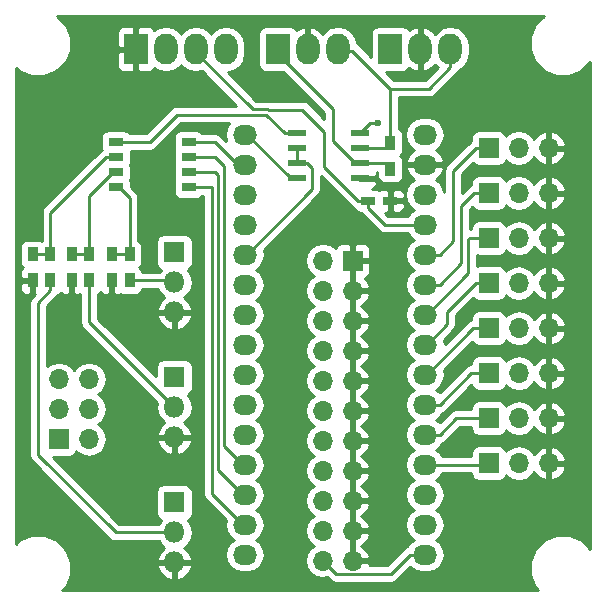
<source format=gtl>
G04 #@! TF.FileFunction,Copper,L1,Top,Signal*
%FSLAX46Y46*%
G04 Gerber Fmt 4.6, Leading zero omitted, Abs format (unit mm)*
G04 Created by KiCad (PCBNEW 4.0.7) date 02/19/18 15:12:52*
%MOMM*%
%LPD*%
G01*
G04 APERTURE LIST*
%ADD10C,0.100000*%
%ADD11R,2.000000X2.600000*%
%ADD12O,2.000000X2.600000*%
%ADD13O,2.032000X1.727200*%
%ADD14R,1.200000X0.750000*%
%ADD15R,1.800000X1.800000*%
%ADD16O,1.800000X1.800000*%
%ADD17R,0.900000X1.200000*%
%ADD18R,1.550000X0.600000*%
%ADD19R,1.700000X1.700000*%
%ADD20O,1.700000X1.700000*%
%ADD21R,1.250000X0.760000*%
%ADD22C,0.600000*%
%ADD23C,0.228600*%
%ADD24C,0.762000*%
%ADD25C,0.254000*%
G04 APERTURE END LIST*
D10*
D11*
X137848737Y-65278000D03*
D12*
X140388737Y-65278000D03*
X142928737Y-65278000D03*
X145468737Y-65278000D03*
D13*
X147066000Y-72517000D03*
X147066000Y-75057000D03*
X147066000Y-77597000D03*
X147066000Y-80137000D03*
X147066000Y-82677000D03*
X147066000Y-85217000D03*
X147066000Y-87757000D03*
X147066000Y-90297000D03*
X147066000Y-92837000D03*
X147066000Y-95377000D03*
X147066000Y-97917000D03*
X147066000Y-100457000D03*
X147066000Y-102997000D03*
X147066000Y-105537000D03*
X147066000Y-108077000D03*
X162306000Y-72517000D03*
X162306000Y-75057000D03*
X162306000Y-77597000D03*
X162306000Y-80137000D03*
X162306000Y-82677000D03*
X162306000Y-85217000D03*
X162306000Y-87757000D03*
X162306000Y-90297000D03*
X162306000Y-92837000D03*
X162306000Y-95377000D03*
X162306000Y-97917000D03*
X162306000Y-100457000D03*
X162306000Y-102997000D03*
X162306000Y-105537000D03*
X162306000Y-108077000D03*
D14*
X157485000Y-78105000D03*
X159385000Y-78105000D03*
D15*
X141100000Y-103660000D03*
D16*
X141100000Y-106200000D03*
X141100000Y-108740000D03*
D17*
X159385000Y-73195000D03*
X159385000Y-75395000D03*
D18*
X151445000Y-72390000D03*
X151445000Y-73660000D03*
X151445000Y-74930000D03*
X151445000Y-76200000D03*
X156845000Y-76200000D03*
X156845000Y-74930000D03*
X156845000Y-73660000D03*
X156845000Y-72390000D03*
D11*
X149860000Y-65278000D03*
D12*
X152400000Y-65278000D03*
X154940000Y-65278000D03*
D11*
X159385000Y-65278000D03*
D12*
X161925000Y-65278000D03*
X164465000Y-65278000D03*
D19*
X156210000Y-83185000D03*
D20*
X153670000Y-83185000D03*
X156210000Y-85725000D03*
X153670000Y-85725000D03*
X156210000Y-88265000D03*
X153670000Y-88265000D03*
X156210000Y-90805000D03*
X153670000Y-90805000D03*
X156210000Y-93345000D03*
X153670000Y-93345000D03*
X156210000Y-95885000D03*
X153670000Y-95885000D03*
X156210000Y-98425000D03*
X153670000Y-98425000D03*
X156210000Y-100965000D03*
X153670000Y-100965000D03*
X156210000Y-103505000D03*
X153670000Y-103505000D03*
X156210000Y-106045000D03*
X153670000Y-106045000D03*
X156210000Y-108585000D03*
X153670000Y-108585000D03*
D19*
X167720000Y-100329996D03*
D20*
X170260000Y-100329996D03*
X172800000Y-100329996D03*
D19*
X167720000Y-96518568D03*
D20*
X170260000Y-96518568D03*
X172800000Y-96518568D03*
D19*
X167720000Y-92707140D03*
D20*
X170260000Y-92707140D03*
X172800000Y-92707140D03*
D19*
X167720000Y-88895712D03*
D20*
X170260000Y-88895712D03*
X172800000Y-88895712D03*
D19*
X167700000Y-85084284D03*
D20*
X170240000Y-85084284D03*
X172780000Y-85084284D03*
D19*
X167720000Y-81272856D03*
D20*
X170260000Y-81272856D03*
X172800000Y-81272856D03*
D19*
X167700000Y-77461428D03*
D20*
X170240000Y-77461428D03*
X172780000Y-77461428D03*
D19*
X167700000Y-73650000D03*
D20*
X170240000Y-73650000D03*
X172780000Y-73650000D03*
D15*
X141100000Y-93060000D03*
D16*
X141100000Y-95600000D03*
X141100000Y-98140000D03*
D15*
X141100000Y-82480000D03*
D16*
X141100000Y-85020000D03*
X141100000Y-87560000D03*
D17*
X130600000Y-82660000D03*
X130600000Y-84860000D03*
X133900000Y-82660000D03*
X133900000Y-84860000D03*
X137300000Y-82660000D03*
X137300000Y-84860000D03*
X129100000Y-84860000D03*
X129100000Y-82660000D03*
X132400000Y-84860000D03*
X132400000Y-82660000D03*
X135800000Y-84860000D03*
X135800000Y-82660000D03*
D19*
X131318000Y-98298000D03*
D20*
X133858000Y-98298000D03*
X131318000Y-95758000D03*
X133858000Y-95758000D03*
X131318000Y-93218000D03*
X133858000Y-93218000D03*
D21*
X136149000Y-73152000D03*
X142299000Y-76962000D03*
X136149000Y-74422000D03*
X142299000Y-75692000D03*
X136149000Y-75692000D03*
X142299000Y-74422000D03*
X136149000Y-76962000D03*
X142299000Y-73152000D03*
D22*
X158300000Y-71560000D03*
D23*
X147066000Y-72517000D02*
X147287000Y-72517000D01*
X150970000Y-76200000D02*
X151445000Y-76200000D01*
X147287000Y-72517000D02*
X150970000Y-76200000D01*
X144299000Y-73152000D02*
X142299000Y-73152000D01*
X147066000Y-75057000D02*
X146449000Y-75057000D01*
X144544000Y-73152000D02*
X144299000Y-73152000D01*
X146449000Y-75057000D02*
X144544000Y-73152000D01*
X146913600Y-75057000D02*
X147066000Y-75057000D01*
X159385000Y-78105000D02*
X159610000Y-78105000D01*
X162306000Y-75409000D02*
X162306000Y-75057000D01*
X151445000Y-74930000D02*
X152361676Y-74930000D01*
X152361676Y-74930000D02*
X152758692Y-75327016D01*
X152758692Y-75327016D02*
X152758692Y-77136708D01*
X152758692Y-77136708D02*
X147218400Y-82677000D01*
X147218400Y-82677000D02*
X147066000Y-82677000D01*
X151445000Y-73660000D02*
X151445000Y-74930000D01*
X142299000Y-74422000D02*
X144544000Y-74422000D01*
X144544000Y-74422000D02*
X145320504Y-75198504D01*
X145320504Y-75198504D02*
X145320504Y-98863904D01*
X145320504Y-98863904D02*
X146913600Y-100457000D01*
X146913600Y-100457000D02*
X147066000Y-100457000D01*
X144544000Y-75692000D02*
X144822223Y-75970223D01*
X144822223Y-100905623D02*
X146913600Y-102997000D01*
X142299000Y-75692000D02*
X144544000Y-75692000D01*
X144822223Y-75970223D02*
X144822223Y-100905623D01*
X146913600Y-102997000D02*
X147066000Y-102997000D01*
X156656400Y-78105000D02*
X157485000Y-78105000D01*
X153800000Y-72260000D02*
X153800000Y-75248600D01*
X153800000Y-75248600D02*
X156656400Y-78105000D01*
X151937127Y-70397127D02*
X153800000Y-72260000D01*
X149059199Y-70397127D02*
X151937127Y-70397127D01*
X147731768Y-70381031D02*
X149043103Y-70381031D01*
X142928737Y-65578000D02*
X147731768Y-70381031D01*
X149043103Y-70381031D02*
X149059199Y-70397127D01*
X142928737Y-65278000D02*
X142928737Y-65578000D01*
X158300000Y-71560000D02*
X157675000Y-71560000D01*
X157675000Y-71560000D02*
X156845000Y-72390000D01*
X156845000Y-72390000D02*
X157320000Y-72390000D01*
X157485000Y-78105000D02*
X157485000Y-78708600D01*
X157485000Y-78708600D02*
X158913400Y-80137000D01*
X158913400Y-80137000D02*
X161061400Y-80137000D01*
X161061400Y-80137000D02*
X162306000Y-80137000D01*
X162306000Y-82677000D02*
X163550600Y-82677000D01*
X164700000Y-75571400D02*
X166621400Y-73650000D01*
X163550600Y-82677000D02*
X164700000Y-81527600D01*
X164700000Y-81527600D02*
X164700000Y-75571400D01*
X166621400Y-73650000D02*
X167700000Y-73650000D01*
X165400000Y-78560000D02*
X166498572Y-77461428D01*
X166498572Y-77461428D02*
X167700000Y-77461428D01*
X165400000Y-83367600D02*
X165400000Y-78560000D01*
X162306000Y-85217000D02*
X163550600Y-85217000D01*
X163550600Y-85217000D02*
X165400000Y-83367600D01*
X166000000Y-81360000D02*
X166087144Y-81272856D01*
X166087144Y-81272856D02*
X167720000Y-81272856D01*
X166000000Y-84215400D02*
X166000000Y-81360000D01*
X162306000Y-87757000D02*
X162458400Y-87757000D01*
X162458400Y-87757000D02*
X166000000Y-84215400D01*
X164200000Y-88555400D02*
X164200000Y-87505684D01*
X164200000Y-87505684D02*
X166621400Y-85084284D01*
X166621400Y-85084284D02*
X167700000Y-85084284D01*
X162306000Y-90297000D02*
X162458400Y-90297000D01*
X162458400Y-90297000D02*
X164200000Y-88555400D01*
X162306000Y-92837000D02*
X162458400Y-92837000D01*
X162458400Y-92837000D02*
X166399688Y-88895712D01*
X166399688Y-88895712D02*
X167720000Y-88895712D01*
X162306000Y-95377000D02*
X163550600Y-95377000D01*
X163550600Y-95377000D02*
X166220460Y-92707140D01*
X166220460Y-92707140D02*
X167720000Y-92707140D01*
X162306000Y-97917000D02*
X163550600Y-97917000D01*
X163550600Y-97917000D02*
X164949032Y-96518568D01*
X164949032Y-96518568D02*
X167720000Y-96518568D01*
X162306000Y-100457000D02*
X167592996Y-100457000D01*
X167592996Y-100457000D02*
X167720000Y-100329996D01*
X153670000Y-108585000D02*
X154812101Y-109727101D01*
X154812101Y-109727101D02*
X159411299Y-109727101D01*
X159411299Y-109727101D02*
X161061400Y-108077000D01*
X161061400Y-108077000D02*
X162306000Y-108077000D01*
X144299000Y-76962000D02*
X142299000Y-76962000D01*
X144299000Y-76962000D02*
X144299000Y-102922400D01*
X144299000Y-102922400D02*
X146913600Y-105537000D01*
X146913600Y-105537000D02*
X147066000Y-105537000D01*
D24*
X131088000Y-92988000D02*
X131318000Y-93218000D01*
X130900000Y-98716000D02*
X131318000Y-98298000D01*
D23*
X154415000Y-70260000D02*
X149860000Y-65705000D01*
X154500000Y-73060000D02*
X154500000Y-70345000D01*
X154500000Y-70345000D02*
X154415000Y-70260000D01*
X156845000Y-74930000D02*
X156370000Y-74930000D01*
X156370000Y-74930000D02*
X154500000Y-73060000D01*
X149860000Y-65105000D02*
X149860000Y-65405000D01*
X149860000Y-65705000D02*
X149860000Y-65405000D01*
X156845000Y-74930000D02*
X158920000Y-74930000D01*
X158920000Y-74930000D02*
X159385000Y-75395000D01*
X164465000Y-65278000D02*
X164465000Y-66806600D01*
X164465000Y-66806600D02*
X162650200Y-68621400D01*
X162650200Y-68621400D02*
X159385000Y-68621400D01*
X159385000Y-73195000D02*
X159385000Y-68621400D01*
X159385000Y-68621400D02*
X156168600Y-65405000D01*
X156168600Y-65405000D02*
X154940000Y-65405000D01*
X156845000Y-73660000D02*
X158920000Y-73660000D01*
X158920000Y-73660000D02*
X159385000Y-73195000D01*
X151445000Y-72390000D02*
X150441400Y-72390000D01*
X148864242Y-70812842D02*
X141341758Y-70812842D01*
X141341758Y-70812842D02*
X139002600Y-73152000D01*
X150441400Y-72390000D02*
X148864242Y-70812842D01*
X139002600Y-73152000D02*
X138149000Y-73152000D01*
X138149000Y-73152000D02*
X136149000Y-73152000D01*
D24*
X134088000Y-98528000D02*
X133858000Y-98298000D01*
D23*
X130600000Y-84860000D02*
X130600000Y-85688600D01*
X130600000Y-85688600D02*
X129532527Y-86756073D01*
X129532527Y-86756073D02*
X129532527Y-99603870D01*
X129532527Y-99603870D02*
X136128657Y-106200000D01*
X136128657Y-106200000D02*
X139827208Y-106200000D01*
X139827208Y-106200000D02*
X141100000Y-106200000D01*
X133900000Y-84860000D02*
X133900000Y-88400000D01*
X133900000Y-88400000D02*
X141100000Y-95600000D01*
X137300000Y-84860000D02*
X140940000Y-84860000D01*
X140940000Y-84860000D02*
X141100000Y-85020000D01*
X130600000Y-82660000D02*
X129100000Y-82660000D01*
X136149000Y-74422000D02*
X135295400Y-74422000D01*
X135295400Y-74422000D02*
X130600000Y-79117400D01*
X130600000Y-79117400D02*
X130600000Y-81831400D01*
X130600000Y-81831400D02*
X130600000Y-82660000D01*
X133900000Y-82660000D02*
X133900000Y-77696000D01*
X133900000Y-77696000D02*
X135904000Y-75692000D01*
X135904000Y-75692000D02*
X136149000Y-75692000D01*
X133900000Y-82660000D02*
X132400000Y-82660000D01*
X137300000Y-82660000D02*
X137300000Y-77868000D01*
X137300000Y-77868000D02*
X136394000Y-76962000D01*
X136394000Y-76962000D02*
X136149000Y-76962000D01*
X137300000Y-82660000D02*
X135800000Y-82660000D01*
D25*
G36*
X171630369Y-63190365D02*
X171205485Y-64213599D01*
X171204518Y-65321540D01*
X171627616Y-66345515D01*
X172410365Y-67129631D01*
X173433599Y-67554515D01*
X174541540Y-67555482D01*
X175565515Y-67132384D01*
X176315000Y-66384206D01*
X176315000Y-107607036D01*
X175569635Y-106860369D01*
X174546401Y-106435485D01*
X173438460Y-106434518D01*
X172414485Y-106857616D01*
X171630369Y-107640365D01*
X171205485Y-108663599D01*
X171204518Y-109771540D01*
X171627616Y-110795515D01*
X171906614Y-111075000D01*
X131623785Y-111075000D01*
X131899631Y-110799635D01*
X132324515Y-109776401D01*
X132325101Y-109104742D01*
X139608954Y-109104742D01*
X139862034Y-109647576D01*
X140303583Y-110052240D01*
X140735260Y-110231036D01*
X140973000Y-110110378D01*
X140973000Y-108867000D01*
X141227000Y-108867000D01*
X141227000Y-110110378D01*
X141464740Y-110231036D01*
X141896417Y-110052240D01*
X142337966Y-109647576D01*
X142591046Y-109104742D01*
X142470997Y-108867000D01*
X141227000Y-108867000D01*
X140973000Y-108867000D01*
X139729003Y-108867000D01*
X139608954Y-109104742D01*
X132325101Y-109104742D01*
X132325482Y-108668460D01*
X131902384Y-107644485D01*
X131119635Y-106860369D01*
X130096401Y-106435485D01*
X128988460Y-106434518D01*
X127964485Y-106857616D01*
X127685000Y-107136614D01*
X127685000Y-85145750D01*
X128015000Y-85145750D01*
X128015000Y-85586309D01*
X128111673Y-85819698D01*
X128290301Y-85998327D01*
X128523690Y-86095000D01*
X128814250Y-86095000D01*
X128973000Y-85936250D01*
X128973000Y-84987000D01*
X128173750Y-84987000D01*
X128015000Y-85145750D01*
X127685000Y-85145750D01*
X127685000Y-82060000D01*
X128002560Y-82060000D01*
X128002560Y-83260000D01*
X128046838Y-83495317D01*
X128185910Y-83711441D01*
X128254006Y-83757969D01*
X128111673Y-83900302D01*
X128015000Y-84133691D01*
X128015000Y-84574250D01*
X128173750Y-84733000D01*
X128973000Y-84733000D01*
X128973000Y-84713000D01*
X129227000Y-84713000D01*
X129227000Y-84733000D01*
X129247000Y-84733000D01*
X129247000Y-84987000D01*
X129227000Y-84987000D01*
X129227000Y-85936250D01*
X129259840Y-85969090D01*
X129002692Y-86226238D01*
X128840264Y-86469328D01*
X128783227Y-86756073D01*
X128783227Y-99603870D01*
X128840264Y-99890615D01*
X129002692Y-100133705D01*
X135598822Y-106729835D01*
X135841913Y-106892264D01*
X136128657Y-106949300D01*
X139769917Y-106949300D01*
X140014591Y-107315481D01*
X140252582Y-107474501D01*
X139862034Y-107832424D01*
X139608954Y-108375258D01*
X139729003Y-108613000D01*
X140973000Y-108613000D01*
X140973000Y-108593000D01*
X141227000Y-108593000D01*
X141227000Y-108613000D01*
X142470997Y-108613000D01*
X142591046Y-108375258D01*
X142337966Y-107832424D01*
X141947418Y-107474501D01*
X142185409Y-107315481D01*
X142518155Y-106817491D01*
X142635000Y-106230072D01*
X142635000Y-106169928D01*
X142518155Y-105582509D01*
X142237163Y-105161974D01*
X142451441Y-105024090D01*
X142596431Y-104811890D01*
X142647440Y-104560000D01*
X142647440Y-102760000D01*
X142603162Y-102524683D01*
X142464090Y-102308559D01*
X142251890Y-102163569D01*
X142000000Y-102112560D01*
X140200000Y-102112560D01*
X139964683Y-102156838D01*
X139748559Y-102295910D01*
X139603569Y-102508110D01*
X139552560Y-102760000D01*
X139552560Y-104560000D01*
X139596838Y-104795317D01*
X139735910Y-105011441D01*
X139948110Y-105156431D01*
X139964344Y-105159719D01*
X139769917Y-105450700D01*
X136439027Y-105450700D01*
X130783767Y-99795440D01*
X132168000Y-99795440D01*
X132403317Y-99751162D01*
X132619441Y-99612090D01*
X132764431Y-99399890D01*
X132775841Y-99343546D01*
X132778853Y-99348054D01*
X133260622Y-99669961D01*
X133828907Y-99783000D01*
X133887093Y-99783000D01*
X134455378Y-99669961D01*
X134937147Y-99348054D01*
X135259054Y-98866285D01*
X135330969Y-98504742D01*
X139608954Y-98504742D01*
X139862034Y-99047576D01*
X140303583Y-99452240D01*
X140735260Y-99631036D01*
X140973000Y-99510378D01*
X140973000Y-98267000D01*
X141227000Y-98267000D01*
X141227000Y-99510378D01*
X141464740Y-99631036D01*
X141896417Y-99452240D01*
X142337966Y-99047576D01*
X142591046Y-98504742D01*
X142470997Y-98267000D01*
X141227000Y-98267000D01*
X140973000Y-98267000D01*
X139729003Y-98267000D01*
X139608954Y-98504742D01*
X135330969Y-98504742D01*
X135372093Y-98298000D01*
X135259054Y-97729715D01*
X134937147Y-97247946D01*
X134607974Y-97028000D01*
X134937147Y-96808054D01*
X135259054Y-96326285D01*
X135372093Y-95758000D01*
X135259054Y-95189715D01*
X134937147Y-94707946D01*
X134607974Y-94488000D01*
X134937147Y-94268054D01*
X135259054Y-93786285D01*
X135372093Y-93218000D01*
X135259054Y-92649715D01*
X134937147Y-92167946D01*
X134455378Y-91846039D01*
X133887093Y-91733000D01*
X133828907Y-91733000D01*
X133260622Y-91846039D01*
X132778853Y-92167946D01*
X132588000Y-92453578D01*
X132397147Y-92167946D01*
X131915378Y-91846039D01*
X131347093Y-91733000D01*
X131288907Y-91733000D01*
X130720622Y-91846039D01*
X130281827Y-92139232D01*
X130281827Y-87066443D01*
X131129835Y-86218435D01*
X131162465Y-86169601D01*
X131226146Y-86074296D01*
X131285317Y-86063162D01*
X131501441Y-85924090D01*
X131507377Y-85915402D01*
X131590301Y-85998327D01*
X131823690Y-86095000D01*
X132114250Y-86095000D01*
X132273000Y-85936250D01*
X132273000Y-84987000D01*
X132253000Y-84987000D01*
X132253000Y-84733000D01*
X132273000Y-84733000D01*
X132273000Y-84713000D01*
X132527000Y-84713000D01*
X132527000Y-84733000D01*
X132547000Y-84733000D01*
X132547000Y-84987000D01*
X132527000Y-84987000D01*
X132527000Y-85936250D01*
X132685750Y-86095000D01*
X132976310Y-86095000D01*
X133149541Y-86023245D01*
X133150700Y-86024037D01*
X133150700Y-88400000D01*
X133207737Y-88686745D01*
X133370165Y-88929835D01*
X139638873Y-95198543D01*
X139565000Y-95569928D01*
X139565000Y-95630072D01*
X139681845Y-96217491D01*
X140014591Y-96715481D01*
X140252582Y-96874501D01*
X139862034Y-97232424D01*
X139608954Y-97775258D01*
X139729003Y-98013000D01*
X140973000Y-98013000D01*
X140973000Y-97993000D01*
X141227000Y-97993000D01*
X141227000Y-98013000D01*
X142470997Y-98013000D01*
X142591046Y-97775258D01*
X142337966Y-97232424D01*
X141947418Y-96874501D01*
X142185409Y-96715481D01*
X142518155Y-96217491D01*
X142635000Y-95630072D01*
X142635000Y-95569928D01*
X142518155Y-94982509D01*
X142237163Y-94561974D01*
X142451441Y-94424090D01*
X142596431Y-94211890D01*
X142647440Y-93960000D01*
X142647440Y-92160000D01*
X142603162Y-91924683D01*
X142464090Y-91708559D01*
X142251890Y-91563569D01*
X142000000Y-91512560D01*
X140200000Y-91512560D01*
X139964683Y-91556838D01*
X139748559Y-91695910D01*
X139603569Y-91908110D01*
X139552560Y-92160000D01*
X139552560Y-92992890D01*
X134649300Y-88089630D01*
X134649300Y-87924742D01*
X139608954Y-87924742D01*
X139862034Y-88467576D01*
X140303583Y-88872240D01*
X140735260Y-89051036D01*
X140973000Y-88930378D01*
X140973000Y-87687000D01*
X141227000Y-87687000D01*
X141227000Y-88930378D01*
X141464740Y-89051036D01*
X141896417Y-88872240D01*
X142337966Y-88467576D01*
X142591046Y-87924742D01*
X142470997Y-87687000D01*
X141227000Y-87687000D01*
X140973000Y-87687000D01*
X139729003Y-87687000D01*
X139608954Y-87924742D01*
X134649300Y-87924742D01*
X134649300Y-86021990D01*
X134801441Y-85924090D01*
X134847969Y-85855994D01*
X134990301Y-85998327D01*
X135223690Y-86095000D01*
X135514250Y-86095000D01*
X135673000Y-85936250D01*
X135673000Y-84987000D01*
X135653000Y-84987000D01*
X135653000Y-84733000D01*
X135673000Y-84733000D01*
X135673000Y-84713000D01*
X135927000Y-84713000D01*
X135927000Y-84733000D01*
X135947000Y-84733000D01*
X135947000Y-84987000D01*
X135927000Y-84987000D01*
X135927000Y-85936250D01*
X136085750Y-86095000D01*
X136376310Y-86095000D01*
X136549541Y-86023245D01*
X136598110Y-86056431D01*
X136850000Y-86107440D01*
X137750000Y-86107440D01*
X137985317Y-86063162D01*
X138201441Y-85924090D01*
X138346431Y-85711890D01*
X138367206Y-85609300D01*
X139676237Y-85609300D01*
X139681845Y-85637491D01*
X140014591Y-86135481D01*
X140252582Y-86294501D01*
X139862034Y-86652424D01*
X139608954Y-87195258D01*
X139729003Y-87433000D01*
X140973000Y-87433000D01*
X140973000Y-87413000D01*
X141227000Y-87413000D01*
X141227000Y-87433000D01*
X142470997Y-87433000D01*
X142591046Y-87195258D01*
X142337966Y-86652424D01*
X141947418Y-86294501D01*
X142185409Y-86135481D01*
X142518155Y-85637491D01*
X142635000Y-85050072D01*
X142635000Y-84989928D01*
X142518155Y-84402509D01*
X142237163Y-83981974D01*
X142451441Y-83844090D01*
X142596431Y-83631890D01*
X142647440Y-83380000D01*
X142647440Y-81580000D01*
X142603162Y-81344683D01*
X142464090Y-81128559D01*
X142251890Y-80983569D01*
X142000000Y-80932560D01*
X140200000Y-80932560D01*
X139964683Y-80976838D01*
X139748559Y-81115910D01*
X139603569Y-81328110D01*
X139552560Y-81580000D01*
X139552560Y-83380000D01*
X139596838Y-83615317D01*
X139735910Y-83831441D01*
X139948110Y-83976431D01*
X139964344Y-83979719D01*
X139876825Y-84110700D01*
X138369347Y-84110700D01*
X138353162Y-84024683D01*
X138214090Y-83808559D01*
X138144289Y-83760866D01*
X138201441Y-83724090D01*
X138346431Y-83511890D01*
X138397440Y-83260000D01*
X138397440Y-82060000D01*
X138353162Y-81824683D01*
X138214090Y-81608559D01*
X138049300Y-81495963D01*
X138049300Y-77868000D01*
X137992263Y-77581255D01*
X137829835Y-77338165D01*
X137421440Y-76929770D01*
X137421440Y-76582000D01*
X137377162Y-76346683D01*
X137366344Y-76329871D01*
X137370431Y-76323890D01*
X137421440Y-76072000D01*
X137421440Y-75312000D01*
X137377162Y-75076683D01*
X137366344Y-75059871D01*
X137370431Y-75053890D01*
X137421440Y-74802000D01*
X137421440Y-74042000D01*
X137394965Y-73901300D01*
X139002600Y-73901300D01*
X139289345Y-73844263D01*
X139532435Y-73681835D01*
X141652128Y-71562142D01*
X145751552Y-71562142D01*
X145496729Y-71943511D01*
X145382655Y-72517000D01*
X145485449Y-73033779D01*
X145073835Y-72622165D01*
X144830745Y-72459737D01*
X144544000Y-72402700D01*
X143440946Y-72402700D01*
X143388090Y-72320559D01*
X143175890Y-72175569D01*
X142924000Y-72124560D01*
X141674000Y-72124560D01*
X141438683Y-72168838D01*
X141222559Y-72307910D01*
X141077569Y-72520110D01*
X141026560Y-72772000D01*
X141026560Y-73532000D01*
X141070838Y-73767317D01*
X141081656Y-73784129D01*
X141077569Y-73790110D01*
X141026560Y-74042000D01*
X141026560Y-74802000D01*
X141070838Y-75037317D01*
X141081656Y-75054129D01*
X141077569Y-75060110D01*
X141026560Y-75312000D01*
X141026560Y-76072000D01*
X141070838Y-76307317D01*
X141081656Y-76324129D01*
X141077569Y-76330110D01*
X141026560Y-76582000D01*
X141026560Y-77342000D01*
X141070838Y-77577317D01*
X141209910Y-77793441D01*
X141422110Y-77938431D01*
X141674000Y-77989440D01*
X142924000Y-77989440D01*
X143159317Y-77945162D01*
X143375441Y-77806090D01*
X143440208Y-77711300D01*
X143549700Y-77711300D01*
X143549700Y-102922400D01*
X143606737Y-103209145D01*
X143769165Y-103452235D01*
X145460845Y-105143915D01*
X145382655Y-105537000D01*
X145496729Y-106110489D01*
X145821585Y-106596670D01*
X146136366Y-106807000D01*
X145821585Y-107017330D01*
X145496729Y-107503511D01*
X145382655Y-108077000D01*
X145496729Y-108650489D01*
X145821585Y-109136670D01*
X146307766Y-109461526D01*
X146881255Y-109575600D01*
X147250745Y-109575600D01*
X147824234Y-109461526D01*
X148310415Y-109136670D01*
X148635271Y-108650489D01*
X148749345Y-108077000D01*
X148635271Y-107503511D01*
X148310415Y-107017330D01*
X147995634Y-106807000D01*
X148310415Y-106596670D01*
X148635271Y-106110489D01*
X148749345Y-105537000D01*
X148635271Y-104963511D01*
X148310415Y-104477330D01*
X147995634Y-104267000D01*
X148310415Y-104056670D01*
X148635271Y-103570489D01*
X148749345Y-102997000D01*
X148635271Y-102423511D01*
X148310415Y-101937330D01*
X147995634Y-101727000D01*
X148310415Y-101516670D01*
X148635271Y-101030489D01*
X148749345Y-100457000D01*
X148635271Y-99883511D01*
X148310415Y-99397330D01*
X147995634Y-99187000D01*
X148310415Y-98976670D01*
X148635271Y-98490489D01*
X148749345Y-97917000D01*
X148635271Y-97343511D01*
X148310415Y-96857330D01*
X147995634Y-96647000D01*
X148310415Y-96436670D01*
X148635271Y-95950489D01*
X148749345Y-95377000D01*
X148635271Y-94803511D01*
X148310415Y-94317330D01*
X147995634Y-94107000D01*
X148310415Y-93896670D01*
X148635271Y-93410489D01*
X148749345Y-92837000D01*
X148635271Y-92263511D01*
X148310415Y-91777330D01*
X147995634Y-91567000D01*
X148310415Y-91356670D01*
X148635271Y-90870489D01*
X148749345Y-90297000D01*
X148635271Y-89723511D01*
X148310415Y-89237330D01*
X147995634Y-89027000D01*
X148310415Y-88816670D01*
X148635271Y-88330489D01*
X148749345Y-87757000D01*
X148635271Y-87183511D01*
X148310415Y-86697330D01*
X147995634Y-86487000D01*
X148310415Y-86276670D01*
X148635271Y-85790489D01*
X148749345Y-85217000D01*
X148635271Y-84643511D01*
X148310415Y-84157330D01*
X147995634Y-83947000D01*
X148310415Y-83736670D01*
X148635271Y-83250489D01*
X148749345Y-82677000D01*
X148671155Y-82283915D01*
X153288527Y-77666543D01*
X153450955Y-77423453D01*
X153507992Y-77136708D01*
X153507992Y-76016262D01*
X156126565Y-78634835D01*
X156308104Y-78756136D01*
X156420910Y-78931441D01*
X156633110Y-79076431D01*
X156880374Y-79126503D01*
X156955165Y-79238435D01*
X158383565Y-80666835D01*
X158626655Y-80829263D01*
X158913400Y-80886300D01*
X160854202Y-80886300D01*
X161061585Y-81196670D01*
X161376366Y-81407000D01*
X161061585Y-81617330D01*
X160736729Y-82103511D01*
X160622655Y-82677000D01*
X160736729Y-83250489D01*
X161061585Y-83736670D01*
X161376366Y-83947000D01*
X161061585Y-84157330D01*
X160736729Y-84643511D01*
X160622655Y-85217000D01*
X160736729Y-85790489D01*
X161061585Y-86276670D01*
X161376366Y-86487000D01*
X161061585Y-86697330D01*
X160736729Y-87183511D01*
X160622655Y-87757000D01*
X160736729Y-88330489D01*
X161061585Y-88816670D01*
X161376366Y-89027000D01*
X161061585Y-89237330D01*
X160736729Y-89723511D01*
X160622655Y-90297000D01*
X160736729Y-90870489D01*
X161061585Y-91356670D01*
X161376366Y-91567000D01*
X161061585Y-91777330D01*
X160736729Y-92263511D01*
X160622655Y-92837000D01*
X160736729Y-93410489D01*
X161061585Y-93896670D01*
X161376366Y-94107000D01*
X161061585Y-94317330D01*
X160736729Y-94803511D01*
X160622655Y-95377000D01*
X160736729Y-95950489D01*
X161061585Y-96436670D01*
X161376366Y-96647000D01*
X161061585Y-96857330D01*
X160736729Y-97343511D01*
X160622655Y-97917000D01*
X160736729Y-98490489D01*
X161061585Y-98976670D01*
X161376366Y-99187000D01*
X161061585Y-99397330D01*
X160736729Y-99883511D01*
X160622655Y-100457000D01*
X160736729Y-101030489D01*
X161061585Y-101516670D01*
X161376366Y-101727000D01*
X161061585Y-101937330D01*
X160736729Y-102423511D01*
X160622655Y-102997000D01*
X160736729Y-103570489D01*
X161061585Y-104056670D01*
X161376366Y-104267000D01*
X161061585Y-104477330D01*
X160736729Y-104963511D01*
X160622655Y-105537000D01*
X160736729Y-106110489D01*
X161061585Y-106596670D01*
X161376366Y-106807000D01*
X161061585Y-107017330D01*
X160822443Y-107375231D01*
X160774655Y-107384737D01*
X160531565Y-107547165D01*
X159100929Y-108977801D01*
X157636602Y-108977801D01*
X157651476Y-108941890D01*
X157530155Y-108712000D01*
X156337000Y-108712000D01*
X156337000Y-108732000D01*
X156083000Y-108732000D01*
X156083000Y-108712000D01*
X156063000Y-108712000D01*
X156063000Y-108458000D01*
X156083000Y-108458000D01*
X156083000Y-106172000D01*
X156337000Y-106172000D01*
X156337000Y-108458000D01*
X157530155Y-108458000D01*
X157651476Y-108228110D01*
X157481645Y-107818076D01*
X157091358Y-107389817D01*
X156932046Y-107315000D01*
X157091358Y-107240183D01*
X157481645Y-106811924D01*
X157651476Y-106401890D01*
X157530155Y-106172000D01*
X156337000Y-106172000D01*
X156083000Y-106172000D01*
X156063000Y-106172000D01*
X156063000Y-105918000D01*
X156083000Y-105918000D01*
X156083000Y-103632000D01*
X156337000Y-103632000D01*
X156337000Y-105918000D01*
X157530155Y-105918000D01*
X157651476Y-105688110D01*
X157481645Y-105278076D01*
X157091358Y-104849817D01*
X156932046Y-104775000D01*
X157091358Y-104700183D01*
X157481645Y-104271924D01*
X157651476Y-103861890D01*
X157530155Y-103632000D01*
X156337000Y-103632000D01*
X156083000Y-103632000D01*
X156063000Y-103632000D01*
X156063000Y-103378000D01*
X156083000Y-103378000D01*
X156083000Y-101092000D01*
X156337000Y-101092000D01*
X156337000Y-103378000D01*
X157530155Y-103378000D01*
X157651476Y-103148110D01*
X157481645Y-102738076D01*
X157091358Y-102309817D01*
X156932046Y-102235000D01*
X157091358Y-102160183D01*
X157481645Y-101731924D01*
X157651476Y-101321890D01*
X157530155Y-101092000D01*
X156337000Y-101092000D01*
X156083000Y-101092000D01*
X156063000Y-101092000D01*
X156063000Y-100838000D01*
X156083000Y-100838000D01*
X156083000Y-98552000D01*
X156337000Y-98552000D01*
X156337000Y-100838000D01*
X157530155Y-100838000D01*
X157651476Y-100608110D01*
X157481645Y-100198076D01*
X157091358Y-99769817D01*
X156932046Y-99695000D01*
X157091358Y-99620183D01*
X157481645Y-99191924D01*
X157651476Y-98781890D01*
X157530155Y-98552000D01*
X156337000Y-98552000D01*
X156083000Y-98552000D01*
X156063000Y-98552000D01*
X156063000Y-98298000D01*
X156083000Y-98298000D01*
X156083000Y-96012000D01*
X156337000Y-96012000D01*
X156337000Y-98298000D01*
X157530155Y-98298000D01*
X157651476Y-98068110D01*
X157481645Y-97658076D01*
X157091358Y-97229817D01*
X156932046Y-97155000D01*
X157091358Y-97080183D01*
X157481645Y-96651924D01*
X157651476Y-96241890D01*
X157530155Y-96012000D01*
X156337000Y-96012000D01*
X156083000Y-96012000D01*
X156063000Y-96012000D01*
X156063000Y-95758000D01*
X156083000Y-95758000D01*
X156083000Y-93472000D01*
X156337000Y-93472000D01*
X156337000Y-95758000D01*
X157530155Y-95758000D01*
X157651476Y-95528110D01*
X157481645Y-95118076D01*
X157091358Y-94689817D01*
X156932046Y-94615000D01*
X157091358Y-94540183D01*
X157481645Y-94111924D01*
X157651476Y-93701890D01*
X157530155Y-93472000D01*
X156337000Y-93472000D01*
X156083000Y-93472000D01*
X156063000Y-93472000D01*
X156063000Y-93218000D01*
X156083000Y-93218000D01*
X156083000Y-90932000D01*
X156337000Y-90932000D01*
X156337000Y-93218000D01*
X157530155Y-93218000D01*
X157651476Y-92988110D01*
X157481645Y-92578076D01*
X157091358Y-92149817D01*
X156932046Y-92075000D01*
X157091358Y-92000183D01*
X157481645Y-91571924D01*
X157651476Y-91161890D01*
X157530155Y-90932000D01*
X156337000Y-90932000D01*
X156083000Y-90932000D01*
X156063000Y-90932000D01*
X156063000Y-90678000D01*
X156083000Y-90678000D01*
X156083000Y-88392000D01*
X156337000Y-88392000D01*
X156337000Y-90678000D01*
X157530155Y-90678000D01*
X157651476Y-90448110D01*
X157481645Y-90038076D01*
X157091358Y-89609817D01*
X156932046Y-89535000D01*
X157091358Y-89460183D01*
X157481645Y-89031924D01*
X157651476Y-88621890D01*
X157530155Y-88392000D01*
X156337000Y-88392000D01*
X156083000Y-88392000D01*
X156063000Y-88392000D01*
X156063000Y-88138000D01*
X156083000Y-88138000D01*
X156083000Y-85852000D01*
X156337000Y-85852000D01*
X156337000Y-88138000D01*
X157530155Y-88138000D01*
X157651476Y-87908110D01*
X157481645Y-87498076D01*
X157091358Y-87069817D01*
X156932046Y-86995000D01*
X157091358Y-86920183D01*
X157481645Y-86491924D01*
X157651476Y-86081890D01*
X157530155Y-85852000D01*
X156337000Y-85852000D01*
X156083000Y-85852000D01*
X156063000Y-85852000D01*
X156063000Y-85598000D01*
X156083000Y-85598000D01*
X156083000Y-83312000D01*
X156337000Y-83312000D01*
X156337000Y-85598000D01*
X157530155Y-85598000D01*
X157651476Y-85368110D01*
X157481645Y-84958076D01*
X157210122Y-84660136D01*
X157419698Y-84573327D01*
X157598327Y-84394699D01*
X157695000Y-84161310D01*
X157695000Y-83470750D01*
X157536250Y-83312000D01*
X156337000Y-83312000D01*
X156083000Y-83312000D01*
X156063000Y-83312000D01*
X156063000Y-83058000D01*
X156083000Y-83058000D01*
X156083000Y-81858750D01*
X156337000Y-81858750D01*
X156337000Y-83058000D01*
X157536250Y-83058000D01*
X157695000Y-82899250D01*
X157695000Y-82208690D01*
X157598327Y-81975301D01*
X157419698Y-81796673D01*
X157186309Y-81700000D01*
X156495750Y-81700000D01*
X156337000Y-81858750D01*
X156083000Y-81858750D01*
X155924250Y-81700000D01*
X155233691Y-81700000D01*
X155000302Y-81796673D01*
X154821673Y-81975301D01*
X154753097Y-82140858D01*
X154749147Y-82134946D01*
X154267378Y-81813039D01*
X153699093Y-81700000D01*
X153640907Y-81700000D01*
X153072622Y-81813039D01*
X152590853Y-82134946D01*
X152268946Y-82616715D01*
X152155907Y-83185000D01*
X152268946Y-83753285D01*
X152590853Y-84235054D01*
X152920026Y-84455000D01*
X152590853Y-84674946D01*
X152268946Y-85156715D01*
X152155907Y-85725000D01*
X152268946Y-86293285D01*
X152590853Y-86775054D01*
X152920026Y-86995000D01*
X152590853Y-87214946D01*
X152268946Y-87696715D01*
X152155907Y-88265000D01*
X152268946Y-88833285D01*
X152590853Y-89315054D01*
X152920026Y-89535000D01*
X152590853Y-89754946D01*
X152268946Y-90236715D01*
X152155907Y-90805000D01*
X152268946Y-91373285D01*
X152590853Y-91855054D01*
X152920026Y-92075000D01*
X152590853Y-92294946D01*
X152268946Y-92776715D01*
X152155907Y-93345000D01*
X152268946Y-93913285D01*
X152590853Y-94395054D01*
X152920026Y-94615000D01*
X152590853Y-94834946D01*
X152268946Y-95316715D01*
X152155907Y-95885000D01*
X152268946Y-96453285D01*
X152590853Y-96935054D01*
X152920026Y-97155000D01*
X152590853Y-97374946D01*
X152268946Y-97856715D01*
X152155907Y-98425000D01*
X152268946Y-98993285D01*
X152590853Y-99475054D01*
X152920026Y-99695000D01*
X152590853Y-99914946D01*
X152268946Y-100396715D01*
X152155907Y-100965000D01*
X152268946Y-101533285D01*
X152590853Y-102015054D01*
X152920026Y-102235000D01*
X152590853Y-102454946D01*
X152268946Y-102936715D01*
X152155907Y-103505000D01*
X152268946Y-104073285D01*
X152590853Y-104555054D01*
X152920026Y-104775000D01*
X152590853Y-104994946D01*
X152268946Y-105476715D01*
X152155907Y-106045000D01*
X152268946Y-106613285D01*
X152590853Y-107095054D01*
X152920026Y-107315000D01*
X152590853Y-107534946D01*
X152268946Y-108016715D01*
X152155907Y-108585000D01*
X152268946Y-109153285D01*
X152590853Y-109635054D01*
X153072622Y-109956961D01*
X153640907Y-110070000D01*
X153699093Y-110070000D01*
X154029590Y-110004260D01*
X154282266Y-110256936D01*
X154525356Y-110419364D01*
X154812101Y-110476401D01*
X159411299Y-110476401D01*
X159698044Y-110419364D01*
X159941134Y-110256936D01*
X161061511Y-109136559D01*
X161061585Y-109136670D01*
X161547766Y-109461526D01*
X162121255Y-109575600D01*
X162490745Y-109575600D01*
X163064234Y-109461526D01*
X163550415Y-109136670D01*
X163875271Y-108650489D01*
X163989345Y-108077000D01*
X163875271Y-107503511D01*
X163550415Y-107017330D01*
X163235634Y-106807000D01*
X163550415Y-106596670D01*
X163875271Y-106110489D01*
X163989345Y-105537000D01*
X163875271Y-104963511D01*
X163550415Y-104477330D01*
X163235634Y-104267000D01*
X163550415Y-104056670D01*
X163875271Y-103570489D01*
X163989345Y-102997000D01*
X163875271Y-102423511D01*
X163550415Y-101937330D01*
X163235634Y-101727000D01*
X163550415Y-101516670D01*
X163757798Y-101206300D01*
X166227509Y-101206300D01*
X166266838Y-101415313D01*
X166405910Y-101631437D01*
X166618110Y-101776427D01*
X166870000Y-101827436D01*
X168570000Y-101827436D01*
X168805317Y-101783158D01*
X169021441Y-101644086D01*
X169166431Y-101431886D01*
X169180086Y-101364455D01*
X169209946Y-101409143D01*
X169691715Y-101731050D01*
X170260000Y-101844089D01*
X170828285Y-101731050D01*
X171310054Y-101409143D01*
X171537702Y-101068443D01*
X171604817Y-101211354D01*
X172033076Y-101601641D01*
X172443110Y-101771472D01*
X172673000Y-101650151D01*
X172673000Y-100456996D01*
X172927000Y-100456996D01*
X172927000Y-101650151D01*
X173156890Y-101771472D01*
X173566924Y-101601641D01*
X173995183Y-101211354D01*
X174241486Y-100686888D01*
X174120819Y-100456996D01*
X172927000Y-100456996D01*
X172673000Y-100456996D01*
X172653000Y-100456996D01*
X172653000Y-100202996D01*
X172673000Y-100202996D01*
X172673000Y-99009841D01*
X172927000Y-99009841D01*
X172927000Y-100202996D01*
X174120819Y-100202996D01*
X174241486Y-99973104D01*
X173995183Y-99448638D01*
X173566924Y-99058351D01*
X173156890Y-98888520D01*
X172927000Y-99009841D01*
X172673000Y-99009841D01*
X172443110Y-98888520D01*
X172033076Y-99058351D01*
X171604817Y-99448638D01*
X171537702Y-99591549D01*
X171310054Y-99250849D01*
X170828285Y-98928942D01*
X170260000Y-98815903D01*
X169691715Y-98928942D01*
X169209946Y-99250849D01*
X169182150Y-99292448D01*
X169173162Y-99244679D01*
X169034090Y-99028555D01*
X168821890Y-98883565D01*
X168570000Y-98832556D01*
X166870000Y-98832556D01*
X166634683Y-98876834D01*
X166418559Y-99015906D01*
X166273569Y-99228106D01*
X166222560Y-99479996D01*
X166222560Y-99707700D01*
X163757798Y-99707700D01*
X163550415Y-99397330D01*
X163235634Y-99187000D01*
X163550415Y-98976670D01*
X163789557Y-98618769D01*
X163837345Y-98609263D01*
X164080435Y-98446835D01*
X165259402Y-97267868D01*
X166222560Y-97267868D01*
X166222560Y-97368568D01*
X166266838Y-97603885D01*
X166405910Y-97820009D01*
X166618110Y-97964999D01*
X166870000Y-98016008D01*
X168570000Y-98016008D01*
X168805317Y-97971730D01*
X169021441Y-97832658D01*
X169166431Y-97620458D01*
X169180086Y-97553027D01*
X169209946Y-97597715D01*
X169691715Y-97919622D01*
X170260000Y-98032661D01*
X170828285Y-97919622D01*
X171310054Y-97597715D01*
X171537702Y-97257015D01*
X171604817Y-97399926D01*
X172033076Y-97790213D01*
X172443110Y-97960044D01*
X172673000Y-97838723D01*
X172673000Y-96645568D01*
X172927000Y-96645568D01*
X172927000Y-97838723D01*
X173156890Y-97960044D01*
X173566924Y-97790213D01*
X173995183Y-97399926D01*
X174241486Y-96875460D01*
X174120819Y-96645568D01*
X172927000Y-96645568D01*
X172673000Y-96645568D01*
X172653000Y-96645568D01*
X172653000Y-96391568D01*
X172673000Y-96391568D01*
X172673000Y-95198413D01*
X172927000Y-95198413D01*
X172927000Y-96391568D01*
X174120819Y-96391568D01*
X174241486Y-96161676D01*
X173995183Y-95637210D01*
X173566924Y-95246923D01*
X173156890Y-95077092D01*
X172927000Y-95198413D01*
X172673000Y-95198413D01*
X172443110Y-95077092D01*
X172033076Y-95246923D01*
X171604817Y-95637210D01*
X171537702Y-95780121D01*
X171310054Y-95439421D01*
X170828285Y-95117514D01*
X170260000Y-95004475D01*
X169691715Y-95117514D01*
X169209946Y-95439421D01*
X169182150Y-95481020D01*
X169173162Y-95433251D01*
X169034090Y-95217127D01*
X168821890Y-95072137D01*
X168570000Y-95021128D01*
X166870000Y-95021128D01*
X166634683Y-95065406D01*
X166418559Y-95204478D01*
X166273569Y-95416678D01*
X166222560Y-95668568D01*
X166222560Y-95769268D01*
X164949032Y-95769268D01*
X164662288Y-95826304D01*
X164419197Y-95988733D01*
X163550489Y-96857441D01*
X163550415Y-96857330D01*
X163235634Y-96647000D01*
X163550415Y-96436670D01*
X163789557Y-96078769D01*
X163837345Y-96069263D01*
X164080435Y-95906835D01*
X166255432Y-93731838D01*
X166266838Y-93792457D01*
X166405910Y-94008581D01*
X166618110Y-94153571D01*
X166870000Y-94204580D01*
X168570000Y-94204580D01*
X168805317Y-94160302D01*
X169021441Y-94021230D01*
X169166431Y-93809030D01*
X169180086Y-93741599D01*
X169209946Y-93786287D01*
X169691715Y-94108194D01*
X170260000Y-94221233D01*
X170828285Y-94108194D01*
X171310054Y-93786287D01*
X171537702Y-93445587D01*
X171604817Y-93588498D01*
X172033076Y-93978785D01*
X172443110Y-94148616D01*
X172673000Y-94027295D01*
X172673000Y-92834140D01*
X172927000Y-92834140D01*
X172927000Y-94027295D01*
X173156890Y-94148616D01*
X173566924Y-93978785D01*
X173995183Y-93588498D01*
X174241486Y-93064032D01*
X174120819Y-92834140D01*
X172927000Y-92834140D01*
X172673000Y-92834140D01*
X172653000Y-92834140D01*
X172653000Y-92580140D01*
X172673000Y-92580140D01*
X172673000Y-91386985D01*
X172927000Y-91386985D01*
X172927000Y-92580140D01*
X174120819Y-92580140D01*
X174241486Y-92350248D01*
X173995183Y-91825782D01*
X173566924Y-91435495D01*
X173156890Y-91265664D01*
X172927000Y-91386985D01*
X172673000Y-91386985D01*
X172443110Y-91265664D01*
X172033076Y-91435495D01*
X171604817Y-91825782D01*
X171537702Y-91968693D01*
X171310054Y-91627993D01*
X170828285Y-91306086D01*
X170260000Y-91193047D01*
X169691715Y-91306086D01*
X169209946Y-91627993D01*
X169182150Y-91669592D01*
X169173162Y-91621823D01*
X169034090Y-91405699D01*
X168821890Y-91260709D01*
X168570000Y-91209700D01*
X166870000Y-91209700D01*
X166634683Y-91253978D01*
X166418559Y-91393050D01*
X166273569Y-91605250D01*
X166222560Y-91857140D01*
X166222560Y-91957840D01*
X166220460Y-91957840D01*
X165933715Y-92014877D01*
X165690625Y-92177305D01*
X163550489Y-94317441D01*
X163550415Y-94317330D01*
X163235634Y-94107000D01*
X163550415Y-93896670D01*
X163875271Y-93410489D01*
X163989345Y-92837000D01*
X163911155Y-92443915D01*
X166308812Y-90046258D01*
X166405910Y-90197153D01*
X166618110Y-90342143D01*
X166870000Y-90393152D01*
X168570000Y-90393152D01*
X168805317Y-90348874D01*
X169021441Y-90209802D01*
X169166431Y-89997602D01*
X169180086Y-89930171D01*
X169209946Y-89974859D01*
X169691715Y-90296766D01*
X170260000Y-90409805D01*
X170828285Y-90296766D01*
X171310054Y-89974859D01*
X171537702Y-89634159D01*
X171604817Y-89777070D01*
X172033076Y-90167357D01*
X172443110Y-90337188D01*
X172673000Y-90215867D01*
X172673000Y-89022712D01*
X172927000Y-89022712D01*
X172927000Y-90215867D01*
X173156890Y-90337188D01*
X173566924Y-90167357D01*
X173995183Y-89777070D01*
X174241486Y-89252604D01*
X174120819Y-89022712D01*
X172927000Y-89022712D01*
X172673000Y-89022712D01*
X172653000Y-89022712D01*
X172653000Y-88768712D01*
X172673000Y-88768712D01*
X172673000Y-87575557D01*
X172927000Y-87575557D01*
X172927000Y-88768712D01*
X174120819Y-88768712D01*
X174241486Y-88538820D01*
X173995183Y-88014354D01*
X173566924Y-87624067D01*
X173156890Y-87454236D01*
X172927000Y-87575557D01*
X172673000Y-87575557D01*
X172443110Y-87454236D01*
X172033076Y-87624067D01*
X171604817Y-88014354D01*
X171537702Y-88157265D01*
X171310054Y-87816565D01*
X170828285Y-87494658D01*
X170260000Y-87381619D01*
X169691715Y-87494658D01*
X169209946Y-87816565D01*
X169182150Y-87858164D01*
X169173162Y-87810395D01*
X169034090Y-87594271D01*
X168821890Y-87449281D01*
X168570000Y-87398272D01*
X166870000Y-87398272D01*
X166634683Y-87442550D01*
X166418559Y-87581622D01*
X166273569Y-87793822D01*
X166222560Y-88045712D01*
X166222560Y-88181645D01*
X166112943Y-88203449D01*
X165970938Y-88298334D01*
X165869853Y-88365877D01*
X163980947Y-90254783D01*
X163911155Y-89903915D01*
X164729835Y-89085235D01*
X164892263Y-88842145D01*
X164949300Y-88555400D01*
X164949300Y-87816054D01*
X166383451Y-86381903D01*
X166385910Y-86385725D01*
X166598110Y-86530715D01*
X166850000Y-86581724D01*
X168550000Y-86581724D01*
X168785317Y-86537446D01*
X169001441Y-86398374D01*
X169146431Y-86186174D01*
X169160086Y-86118743D01*
X169189946Y-86163431D01*
X169671715Y-86485338D01*
X170240000Y-86598377D01*
X170808285Y-86485338D01*
X171290054Y-86163431D01*
X171517702Y-85822731D01*
X171584817Y-85965642D01*
X172013076Y-86355929D01*
X172423110Y-86525760D01*
X172653000Y-86404439D01*
X172653000Y-85211284D01*
X172907000Y-85211284D01*
X172907000Y-86404439D01*
X173136890Y-86525760D01*
X173546924Y-86355929D01*
X173975183Y-85965642D01*
X174221486Y-85441176D01*
X174100819Y-85211284D01*
X172907000Y-85211284D01*
X172653000Y-85211284D01*
X172633000Y-85211284D01*
X172633000Y-84957284D01*
X172653000Y-84957284D01*
X172653000Y-83764129D01*
X172907000Y-83764129D01*
X172907000Y-84957284D01*
X174100819Y-84957284D01*
X174221486Y-84727392D01*
X173975183Y-84202926D01*
X173546924Y-83812639D01*
X173136890Y-83642808D01*
X172907000Y-83764129D01*
X172653000Y-83764129D01*
X172423110Y-83642808D01*
X172013076Y-83812639D01*
X171584817Y-84202926D01*
X171517702Y-84345837D01*
X171290054Y-84005137D01*
X170808285Y-83683230D01*
X170240000Y-83570191D01*
X169671715Y-83683230D01*
X169189946Y-84005137D01*
X169162150Y-84046736D01*
X169153162Y-83998967D01*
X169014090Y-83782843D01*
X168801890Y-83637853D01*
X168550000Y-83586844D01*
X166850000Y-83586844D01*
X166749300Y-83605792D01*
X166749300Y-82745854D01*
X166870000Y-82770296D01*
X168570000Y-82770296D01*
X168805317Y-82726018D01*
X169021441Y-82586946D01*
X169166431Y-82374746D01*
X169180086Y-82307315D01*
X169209946Y-82352003D01*
X169691715Y-82673910D01*
X170260000Y-82786949D01*
X170828285Y-82673910D01*
X171310054Y-82352003D01*
X171537702Y-82011303D01*
X171604817Y-82154214D01*
X172033076Y-82544501D01*
X172443110Y-82714332D01*
X172673000Y-82593011D01*
X172673000Y-81399856D01*
X172927000Y-81399856D01*
X172927000Y-82593011D01*
X173156890Y-82714332D01*
X173566924Y-82544501D01*
X173995183Y-82154214D01*
X174241486Y-81629748D01*
X174120819Y-81399856D01*
X172927000Y-81399856D01*
X172673000Y-81399856D01*
X172653000Y-81399856D01*
X172653000Y-81145856D01*
X172673000Y-81145856D01*
X172673000Y-79952701D01*
X172927000Y-79952701D01*
X172927000Y-81145856D01*
X174120819Y-81145856D01*
X174241486Y-80915964D01*
X173995183Y-80391498D01*
X173566924Y-80001211D01*
X173156890Y-79831380D01*
X172927000Y-79952701D01*
X172673000Y-79952701D01*
X172443110Y-79831380D01*
X172033076Y-80001211D01*
X171604817Y-80391498D01*
X171537702Y-80534409D01*
X171310054Y-80193709D01*
X170828285Y-79871802D01*
X170260000Y-79758763D01*
X169691715Y-79871802D01*
X169209946Y-80193709D01*
X169182150Y-80235308D01*
X169173162Y-80187539D01*
X169034090Y-79971415D01*
X168821890Y-79826425D01*
X168570000Y-79775416D01*
X166870000Y-79775416D01*
X166634683Y-79819694D01*
X166418559Y-79958766D01*
X166273569Y-80170966D01*
X166222560Y-80422856D01*
X166222560Y-80523556D01*
X166149300Y-80523556D01*
X166149300Y-78870370D01*
X166335359Y-78684311D01*
X166385910Y-78762869D01*
X166598110Y-78907859D01*
X166850000Y-78958868D01*
X168550000Y-78958868D01*
X168785317Y-78914590D01*
X169001441Y-78775518D01*
X169146431Y-78563318D01*
X169160086Y-78495887D01*
X169189946Y-78540575D01*
X169671715Y-78862482D01*
X170240000Y-78975521D01*
X170808285Y-78862482D01*
X171290054Y-78540575D01*
X171517702Y-78199875D01*
X171584817Y-78342786D01*
X172013076Y-78733073D01*
X172423110Y-78902904D01*
X172653000Y-78781583D01*
X172653000Y-77588428D01*
X172907000Y-77588428D01*
X172907000Y-78781583D01*
X173136890Y-78902904D01*
X173546924Y-78733073D01*
X173975183Y-78342786D01*
X174221486Y-77818320D01*
X174100819Y-77588428D01*
X172907000Y-77588428D01*
X172653000Y-77588428D01*
X172633000Y-77588428D01*
X172633000Y-77334428D01*
X172653000Y-77334428D01*
X172653000Y-76141273D01*
X172907000Y-76141273D01*
X172907000Y-77334428D01*
X174100819Y-77334428D01*
X174221486Y-77104536D01*
X173975183Y-76580070D01*
X173546924Y-76189783D01*
X173136890Y-76019952D01*
X172907000Y-76141273D01*
X172653000Y-76141273D01*
X172423110Y-76019952D01*
X172013076Y-76189783D01*
X171584817Y-76580070D01*
X171517702Y-76722981D01*
X171290054Y-76382281D01*
X170808285Y-76060374D01*
X170240000Y-75947335D01*
X169671715Y-76060374D01*
X169189946Y-76382281D01*
X169162150Y-76423880D01*
X169153162Y-76376111D01*
X169014090Y-76159987D01*
X168801890Y-76014997D01*
X168550000Y-75963988D01*
X166850000Y-75963988D01*
X166614683Y-76008266D01*
X166398559Y-76147338D01*
X166253569Y-76359538D01*
X166202560Y-76611428D01*
X166202560Y-76775357D01*
X165968737Y-76931593D01*
X165449300Y-77451030D01*
X165449300Y-75881770D01*
X166383451Y-74947619D01*
X166385910Y-74951441D01*
X166598110Y-75096431D01*
X166850000Y-75147440D01*
X168550000Y-75147440D01*
X168785317Y-75103162D01*
X169001441Y-74964090D01*
X169146431Y-74751890D01*
X169160086Y-74684459D01*
X169189946Y-74729147D01*
X169671715Y-75051054D01*
X170240000Y-75164093D01*
X170808285Y-75051054D01*
X171290054Y-74729147D01*
X171517702Y-74388447D01*
X171584817Y-74531358D01*
X172013076Y-74921645D01*
X172423110Y-75091476D01*
X172653000Y-74970155D01*
X172653000Y-73777000D01*
X172907000Y-73777000D01*
X172907000Y-74970155D01*
X173136890Y-75091476D01*
X173546924Y-74921645D01*
X173975183Y-74531358D01*
X174221486Y-74006892D01*
X174100819Y-73777000D01*
X172907000Y-73777000D01*
X172653000Y-73777000D01*
X172633000Y-73777000D01*
X172633000Y-73523000D01*
X172653000Y-73523000D01*
X172653000Y-72329845D01*
X172907000Y-72329845D01*
X172907000Y-73523000D01*
X174100819Y-73523000D01*
X174221486Y-73293108D01*
X173975183Y-72768642D01*
X173546924Y-72378355D01*
X173136890Y-72208524D01*
X172907000Y-72329845D01*
X172653000Y-72329845D01*
X172423110Y-72208524D01*
X172013076Y-72378355D01*
X171584817Y-72768642D01*
X171517702Y-72911553D01*
X171290054Y-72570853D01*
X170808285Y-72248946D01*
X170240000Y-72135907D01*
X169671715Y-72248946D01*
X169189946Y-72570853D01*
X169162150Y-72612452D01*
X169153162Y-72564683D01*
X169014090Y-72348559D01*
X168801890Y-72203569D01*
X168550000Y-72152560D01*
X166850000Y-72152560D01*
X166614683Y-72196838D01*
X166398559Y-72335910D01*
X166253569Y-72548110D01*
X166202560Y-72800000D01*
X166202560Y-73046001D01*
X166091565Y-73120165D01*
X164170165Y-75041565D01*
X164007737Y-75284655D01*
X163950700Y-75571400D01*
X163950700Y-77402718D01*
X163875271Y-77023511D01*
X163550415Y-76537330D01*
X163240931Y-76330539D01*
X163656732Y-75959036D01*
X163910709Y-75431791D01*
X163913358Y-75416026D01*
X163792217Y-75184000D01*
X162433000Y-75184000D01*
X162433000Y-75204000D01*
X162179000Y-75204000D01*
X162179000Y-75184000D01*
X160819783Y-75184000D01*
X160698642Y-75416026D01*
X160701291Y-75431791D01*
X160955268Y-75959036D01*
X161371069Y-76330539D01*
X161061585Y-76537330D01*
X160736729Y-77023511D01*
X160622655Y-77597000D01*
X160736729Y-78170489D01*
X161061585Y-78656670D01*
X161376366Y-78867000D01*
X161061585Y-79077330D01*
X160854202Y-79387700D01*
X159223770Y-79387700D01*
X158951070Y-79115000D01*
X159099250Y-79115000D01*
X159258000Y-78956250D01*
X159258000Y-78232000D01*
X159512000Y-78232000D01*
X159512000Y-78956250D01*
X159670750Y-79115000D01*
X160111309Y-79115000D01*
X160344698Y-79018327D01*
X160523327Y-78839699D01*
X160620000Y-78606310D01*
X160620000Y-78390750D01*
X160461250Y-78232000D01*
X159512000Y-78232000D01*
X159258000Y-78232000D01*
X159238000Y-78232000D01*
X159238000Y-77978000D01*
X159258000Y-77978000D01*
X159258000Y-77253750D01*
X159512000Y-77253750D01*
X159512000Y-77978000D01*
X160461250Y-77978000D01*
X160620000Y-77819250D01*
X160620000Y-77603690D01*
X160523327Y-77370301D01*
X160344698Y-77191673D01*
X160111309Y-77095000D01*
X159670750Y-77095000D01*
X159512000Y-77253750D01*
X159258000Y-77253750D01*
X159099250Y-77095000D01*
X158658691Y-77095000D01*
X158425302Y-77191673D01*
X158423932Y-77193043D01*
X158336890Y-77133569D01*
X158085000Y-77082560D01*
X157872910Y-77082560D01*
X157979698Y-77038327D01*
X158158327Y-76859699D01*
X158255000Y-76626310D01*
X158255000Y-76485750D01*
X158096250Y-76327000D01*
X156972000Y-76327000D01*
X156972000Y-76347000D01*
X156718000Y-76347000D01*
X156718000Y-76327000D01*
X156698000Y-76327000D01*
X156698000Y-76073000D01*
X156718000Y-76073000D01*
X156718000Y-76053000D01*
X156972000Y-76053000D01*
X156972000Y-76073000D01*
X158096250Y-76073000D01*
X158255000Y-75914250D01*
X158255000Y-75773690D01*
X158215902Y-75679300D01*
X158287560Y-75679300D01*
X158287560Y-75995000D01*
X158331838Y-76230317D01*
X158470910Y-76446441D01*
X158683110Y-76591431D01*
X158935000Y-76642440D01*
X159835000Y-76642440D01*
X160070317Y-76598162D01*
X160286441Y-76459090D01*
X160431431Y-76246890D01*
X160482440Y-75995000D01*
X160482440Y-74795000D01*
X160438162Y-74559683D01*
X160299090Y-74343559D01*
X160229289Y-74295866D01*
X160286441Y-74259090D01*
X160431431Y-74046890D01*
X160482440Y-73795000D01*
X160482440Y-72595000D01*
X160467764Y-72517000D01*
X160622655Y-72517000D01*
X160736729Y-73090489D01*
X161061585Y-73576670D01*
X161371069Y-73783461D01*
X160955268Y-74154964D01*
X160701291Y-74682209D01*
X160698642Y-74697974D01*
X160819783Y-74930000D01*
X162179000Y-74930000D01*
X162179000Y-74910000D01*
X162433000Y-74910000D01*
X162433000Y-74930000D01*
X163792217Y-74930000D01*
X163913358Y-74697974D01*
X163910709Y-74682209D01*
X163656732Y-74154964D01*
X163240931Y-73783461D01*
X163550415Y-73576670D01*
X163875271Y-73090489D01*
X163989345Y-72517000D01*
X163875271Y-71943511D01*
X163550415Y-71457330D01*
X163064234Y-71132474D01*
X162490745Y-71018400D01*
X162121255Y-71018400D01*
X161547766Y-71132474D01*
X161061585Y-71457330D01*
X160736729Y-71943511D01*
X160622655Y-72517000D01*
X160467764Y-72517000D01*
X160438162Y-72359683D01*
X160299090Y-72143559D01*
X160134300Y-72030963D01*
X160134300Y-69370700D01*
X162650200Y-69370700D01*
X162936945Y-69313663D01*
X163180035Y-69151235D01*
X164994835Y-67336435D01*
X165051982Y-67250909D01*
X165157263Y-67093345D01*
X165159873Y-67080224D01*
X165621120Y-66772029D01*
X165975543Y-66241596D01*
X166100000Y-65615909D01*
X166100000Y-64940091D01*
X165975543Y-64314404D01*
X165621120Y-63783971D01*
X165090687Y-63429548D01*
X164465000Y-63305091D01*
X163839313Y-63429548D01*
X163308880Y-63783971D01*
X163181781Y-63974188D01*
X162991317Y-63732078D01*
X162433355Y-63418856D01*
X162305434Y-63387876D01*
X162052000Y-63507223D01*
X162052000Y-65151000D01*
X162072000Y-65151000D01*
X162072000Y-65405000D01*
X162052000Y-65405000D01*
X162052000Y-67048777D01*
X162305434Y-67168124D01*
X162433355Y-67137144D01*
X162991317Y-66823922D01*
X163181781Y-66581812D01*
X163308880Y-66772029D01*
X163387421Y-66824509D01*
X162339830Y-67872100D01*
X159695370Y-67872100D01*
X159048710Y-67225440D01*
X160385000Y-67225440D01*
X160620317Y-67181162D01*
X160836441Y-67042090D01*
X160950349Y-66875380D01*
X161416645Y-67137144D01*
X161544566Y-67168124D01*
X161798000Y-67048777D01*
X161798000Y-65405000D01*
X161778000Y-65405000D01*
X161778000Y-65151000D01*
X161798000Y-65151000D01*
X161798000Y-63507223D01*
X161544566Y-63387876D01*
X161416645Y-63418856D01*
X160948789Y-63681495D01*
X160849090Y-63526559D01*
X160636890Y-63381569D01*
X160385000Y-63330560D01*
X158385000Y-63330560D01*
X158149683Y-63374838D01*
X157933559Y-63513910D01*
X157788569Y-63726110D01*
X157737560Y-63978000D01*
X157737560Y-65914290D01*
X156698435Y-64875165D01*
X156541185Y-64770094D01*
X156450543Y-64314404D01*
X156096120Y-63783971D01*
X155565687Y-63429548D01*
X154940000Y-63305091D01*
X154314313Y-63429548D01*
X153783880Y-63783971D01*
X153656781Y-63974188D01*
X153466317Y-63732078D01*
X152908355Y-63418856D01*
X152780434Y-63387876D01*
X152527000Y-63507223D01*
X152527000Y-65151000D01*
X152547000Y-65151000D01*
X152547000Y-65405000D01*
X152527000Y-65405000D01*
X152527000Y-65425000D01*
X152273000Y-65425000D01*
X152273000Y-65405000D01*
X152253000Y-65405000D01*
X152253000Y-65151000D01*
X152273000Y-65151000D01*
X152273000Y-63507223D01*
X152019566Y-63387876D01*
X151891645Y-63418856D01*
X151423789Y-63681495D01*
X151324090Y-63526559D01*
X151111890Y-63381569D01*
X150860000Y-63330560D01*
X148860000Y-63330560D01*
X148624683Y-63374838D01*
X148408559Y-63513910D01*
X148263569Y-63726110D01*
X148212560Y-63978000D01*
X148212560Y-66578000D01*
X148256838Y-66813317D01*
X148395910Y-67029441D01*
X148608110Y-67174431D01*
X148860000Y-67225440D01*
X150320770Y-67225440D01*
X153750700Y-70655370D01*
X153750700Y-71151030D01*
X152466962Y-69867292D01*
X152223872Y-69704864D01*
X151937127Y-69647827D01*
X149124023Y-69647827D01*
X149043103Y-69631731D01*
X148042138Y-69631731D01*
X145629365Y-67218958D01*
X146094424Y-67126452D01*
X146624857Y-66772029D01*
X146979280Y-66241596D01*
X147103737Y-65615909D01*
X147103737Y-64940091D01*
X146979280Y-64314404D01*
X146624857Y-63783971D01*
X146094424Y-63429548D01*
X145468737Y-63305091D01*
X144843050Y-63429548D01*
X144312617Y-63783971D01*
X144198737Y-63954405D01*
X144084857Y-63783971D01*
X143554424Y-63429548D01*
X142928737Y-63305091D01*
X142303050Y-63429548D01*
X141772617Y-63783971D01*
X141658737Y-63954405D01*
X141544857Y-63783971D01*
X141014424Y-63429548D01*
X140388737Y-63305091D01*
X139763050Y-63429548D01*
X139407331Y-63667231D01*
X139387064Y-63618301D01*
X139208435Y-63439673D01*
X138975046Y-63343000D01*
X138134487Y-63343000D01*
X137975737Y-63501750D01*
X137975737Y-65151000D01*
X137995737Y-65151000D01*
X137995737Y-65405000D01*
X137975737Y-65405000D01*
X137975737Y-67054250D01*
X138134487Y-67213000D01*
X138975046Y-67213000D01*
X139208435Y-67116327D01*
X139387064Y-66937699D01*
X139407331Y-66888769D01*
X139763050Y-67126452D01*
X140388737Y-67250909D01*
X141014424Y-67126452D01*
X141544857Y-66772029D01*
X141658737Y-66601595D01*
X141772617Y-66772029D01*
X142303050Y-67126452D01*
X142928737Y-67250909D01*
X143440233Y-67149166D01*
X146354609Y-70063542D01*
X141341758Y-70063542D01*
X141055013Y-70120579D01*
X140811923Y-70283007D01*
X138692230Y-72402700D01*
X137290946Y-72402700D01*
X137238090Y-72320559D01*
X137025890Y-72175569D01*
X136774000Y-72124560D01*
X135524000Y-72124560D01*
X135288683Y-72168838D01*
X135072559Y-72307910D01*
X134927569Y-72520110D01*
X134876560Y-72772000D01*
X134876560Y-73532000D01*
X134920838Y-73767317D01*
X134930332Y-73782071D01*
X134765565Y-73892165D01*
X130070165Y-78587565D01*
X129907737Y-78830655D01*
X129850700Y-79117400D01*
X129850700Y-81496919D01*
X129801890Y-81463569D01*
X129550000Y-81412560D01*
X128650000Y-81412560D01*
X128414683Y-81456838D01*
X128198559Y-81595910D01*
X128053569Y-81808110D01*
X128002560Y-82060000D01*
X127685000Y-82060000D01*
X127685000Y-66853785D01*
X127960365Y-67129631D01*
X128983599Y-67554515D01*
X130091540Y-67555482D01*
X131115515Y-67132384D01*
X131899631Y-66349635D01*
X132225959Y-65563750D01*
X136213737Y-65563750D01*
X136213737Y-66704310D01*
X136310410Y-66937699D01*
X136489039Y-67116327D01*
X136722428Y-67213000D01*
X137562987Y-67213000D01*
X137721737Y-67054250D01*
X137721737Y-65405000D01*
X136372487Y-65405000D01*
X136213737Y-65563750D01*
X132225959Y-65563750D01*
X132324515Y-65326401D01*
X132325482Y-64218460D01*
X132173936Y-63851690D01*
X136213737Y-63851690D01*
X136213737Y-64992250D01*
X136372487Y-65151000D01*
X137721737Y-65151000D01*
X137721737Y-63501750D01*
X137562987Y-63343000D01*
X136722428Y-63343000D01*
X136489039Y-63439673D01*
X136310410Y-63618301D01*
X136213737Y-63851690D01*
X132173936Y-63851690D01*
X131902384Y-63194485D01*
X131154206Y-62445000D01*
X172377036Y-62445000D01*
X171630369Y-63190365D01*
X171630369Y-63190365D01*
G37*
X171630369Y-63190365D02*
X171205485Y-64213599D01*
X171204518Y-65321540D01*
X171627616Y-66345515D01*
X172410365Y-67129631D01*
X173433599Y-67554515D01*
X174541540Y-67555482D01*
X175565515Y-67132384D01*
X176315000Y-66384206D01*
X176315000Y-107607036D01*
X175569635Y-106860369D01*
X174546401Y-106435485D01*
X173438460Y-106434518D01*
X172414485Y-106857616D01*
X171630369Y-107640365D01*
X171205485Y-108663599D01*
X171204518Y-109771540D01*
X171627616Y-110795515D01*
X171906614Y-111075000D01*
X131623785Y-111075000D01*
X131899631Y-110799635D01*
X132324515Y-109776401D01*
X132325101Y-109104742D01*
X139608954Y-109104742D01*
X139862034Y-109647576D01*
X140303583Y-110052240D01*
X140735260Y-110231036D01*
X140973000Y-110110378D01*
X140973000Y-108867000D01*
X141227000Y-108867000D01*
X141227000Y-110110378D01*
X141464740Y-110231036D01*
X141896417Y-110052240D01*
X142337966Y-109647576D01*
X142591046Y-109104742D01*
X142470997Y-108867000D01*
X141227000Y-108867000D01*
X140973000Y-108867000D01*
X139729003Y-108867000D01*
X139608954Y-109104742D01*
X132325101Y-109104742D01*
X132325482Y-108668460D01*
X131902384Y-107644485D01*
X131119635Y-106860369D01*
X130096401Y-106435485D01*
X128988460Y-106434518D01*
X127964485Y-106857616D01*
X127685000Y-107136614D01*
X127685000Y-85145750D01*
X128015000Y-85145750D01*
X128015000Y-85586309D01*
X128111673Y-85819698D01*
X128290301Y-85998327D01*
X128523690Y-86095000D01*
X128814250Y-86095000D01*
X128973000Y-85936250D01*
X128973000Y-84987000D01*
X128173750Y-84987000D01*
X128015000Y-85145750D01*
X127685000Y-85145750D01*
X127685000Y-82060000D01*
X128002560Y-82060000D01*
X128002560Y-83260000D01*
X128046838Y-83495317D01*
X128185910Y-83711441D01*
X128254006Y-83757969D01*
X128111673Y-83900302D01*
X128015000Y-84133691D01*
X128015000Y-84574250D01*
X128173750Y-84733000D01*
X128973000Y-84733000D01*
X128973000Y-84713000D01*
X129227000Y-84713000D01*
X129227000Y-84733000D01*
X129247000Y-84733000D01*
X129247000Y-84987000D01*
X129227000Y-84987000D01*
X129227000Y-85936250D01*
X129259840Y-85969090D01*
X129002692Y-86226238D01*
X128840264Y-86469328D01*
X128783227Y-86756073D01*
X128783227Y-99603870D01*
X128840264Y-99890615D01*
X129002692Y-100133705D01*
X135598822Y-106729835D01*
X135841913Y-106892264D01*
X136128657Y-106949300D01*
X139769917Y-106949300D01*
X140014591Y-107315481D01*
X140252582Y-107474501D01*
X139862034Y-107832424D01*
X139608954Y-108375258D01*
X139729003Y-108613000D01*
X140973000Y-108613000D01*
X140973000Y-108593000D01*
X141227000Y-108593000D01*
X141227000Y-108613000D01*
X142470997Y-108613000D01*
X142591046Y-108375258D01*
X142337966Y-107832424D01*
X141947418Y-107474501D01*
X142185409Y-107315481D01*
X142518155Y-106817491D01*
X142635000Y-106230072D01*
X142635000Y-106169928D01*
X142518155Y-105582509D01*
X142237163Y-105161974D01*
X142451441Y-105024090D01*
X142596431Y-104811890D01*
X142647440Y-104560000D01*
X142647440Y-102760000D01*
X142603162Y-102524683D01*
X142464090Y-102308559D01*
X142251890Y-102163569D01*
X142000000Y-102112560D01*
X140200000Y-102112560D01*
X139964683Y-102156838D01*
X139748559Y-102295910D01*
X139603569Y-102508110D01*
X139552560Y-102760000D01*
X139552560Y-104560000D01*
X139596838Y-104795317D01*
X139735910Y-105011441D01*
X139948110Y-105156431D01*
X139964344Y-105159719D01*
X139769917Y-105450700D01*
X136439027Y-105450700D01*
X130783767Y-99795440D01*
X132168000Y-99795440D01*
X132403317Y-99751162D01*
X132619441Y-99612090D01*
X132764431Y-99399890D01*
X132775841Y-99343546D01*
X132778853Y-99348054D01*
X133260622Y-99669961D01*
X133828907Y-99783000D01*
X133887093Y-99783000D01*
X134455378Y-99669961D01*
X134937147Y-99348054D01*
X135259054Y-98866285D01*
X135330969Y-98504742D01*
X139608954Y-98504742D01*
X139862034Y-99047576D01*
X140303583Y-99452240D01*
X140735260Y-99631036D01*
X140973000Y-99510378D01*
X140973000Y-98267000D01*
X141227000Y-98267000D01*
X141227000Y-99510378D01*
X141464740Y-99631036D01*
X141896417Y-99452240D01*
X142337966Y-99047576D01*
X142591046Y-98504742D01*
X142470997Y-98267000D01*
X141227000Y-98267000D01*
X140973000Y-98267000D01*
X139729003Y-98267000D01*
X139608954Y-98504742D01*
X135330969Y-98504742D01*
X135372093Y-98298000D01*
X135259054Y-97729715D01*
X134937147Y-97247946D01*
X134607974Y-97028000D01*
X134937147Y-96808054D01*
X135259054Y-96326285D01*
X135372093Y-95758000D01*
X135259054Y-95189715D01*
X134937147Y-94707946D01*
X134607974Y-94488000D01*
X134937147Y-94268054D01*
X135259054Y-93786285D01*
X135372093Y-93218000D01*
X135259054Y-92649715D01*
X134937147Y-92167946D01*
X134455378Y-91846039D01*
X133887093Y-91733000D01*
X133828907Y-91733000D01*
X133260622Y-91846039D01*
X132778853Y-92167946D01*
X132588000Y-92453578D01*
X132397147Y-92167946D01*
X131915378Y-91846039D01*
X131347093Y-91733000D01*
X131288907Y-91733000D01*
X130720622Y-91846039D01*
X130281827Y-92139232D01*
X130281827Y-87066443D01*
X131129835Y-86218435D01*
X131162465Y-86169601D01*
X131226146Y-86074296D01*
X131285317Y-86063162D01*
X131501441Y-85924090D01*
X131507377Y-85915402D01*
X131590301Y-85998327D01*
X131823690Y-86095000D01*
X132114250Y-86095000D01*
X132273000Y-85936250D01*
X132273000Y-84987000D01*
X132253000Y-84987000D01*
X132253000Y-84733000D01*
X132273000Y-84733000D01*
X132273000Y-84713000D01*
X132527000Y-84713000D01*
X132527000Y-84733000D01*
X132547000Y-84733000D01*
X132547000Y-84987000D01*
X132527000Y-84987000D01*
X132527000Y-85936250D01*
X132685750Y-86095000D01*
X132976310Y-86095000D01*
X133149541Y-86023245D01*
X133150700Y-86024037D01*
X133150700Y-88400000D01*
X133207737Y-88686745D01*
X133370165Y-88929835D01*
X139638873Y-95198543D01*
X139565000Y-95569928D01*
X139565000Y-95630072D01*
X139681845Y-96217491D01*
X140014591Y-96715481D01*
X140252582Y-96874501D01*
X139862034Y-97232424D01*
X139608954Y-97775258D01*
X139729003Y-98013000D01*
X140973000Y-98013000D01*
X140973000Y-97993000D01*
X141227000Y-97993000D01*
X141227000Y-98013000D01*
X142470997Y-98013000D01*
X142591046Y-97775258D01*
X142337966Y-97232424D01*
X141947418Y-96874501D01*
X142185409Y-96715481D01*
X142518155Y-96217491D01*
X142635000Y-95630072D01*
X142635000Y-95569928D01*
X142518155Y-94982509D01*
X142237163Y-94561974D01*
X142451441Y-94424090D01*
X142596431Y-94211890D01*
X142647440Y-93960000D01*
X142647440Y-92160000D01*
X142603162Y-91924683D01*
X142464090Y-91708559D01*
X142251890Y-91563569D01*
X142000000Y-91512560D01*
X140200000Y-91512560D01*
X139964683Y-91556838D01*
X139748559Y-91695910D01*
X139603569Y-91908110D01*
X139552560Y-92160000D01*
X139552560Y-92992890D01*
X134649300Y-88089630D01*
X134649300Y-87924742D01*
X139608954Y-87924742D01*
X139862034Y-88467576D01*
X140303583Y-88872240D01*
X140735260Y-89051036D01*
X140973000Y-88930378D01*
X140973000Y-87687000D01*
X141227000Y-87687000D01*
X141227000Y-88930378D01*
X141464740Y-89051036D01*
X141896417Y-88872240D01*
X142337966Y-88467576D01*
X142591046Y-87924742D01*
X142470997Y-87687000D01*
X141227000Y-87687000D01*
X140973000Y-87687000D01*
X139729003Y-87687000D01*
X139608954Y-87924742D01*
X134649300Y-87924742D01*
X134649300Y-86021990D01*
X134801441Y-85924090D01*
X134847969Y-85855994D01*
X134990301Y-85998327D01*
X135223690Y-86095000D01*
X135514250Y-86095000D01*
X135673000Y-85936250D01*
X135673000Y-84987000D01*
X135653000Y-84987000D01*
X135653000Y-84733000D01*
X135673000Y-84733000D01*
X135673000Y-84713000D01*
X135927000Y-84713000D01*
X135927000Y-84733000D01*
X135947000Y-84733000D01*
X135947000Y-84987000D01*
X135927000Y-84987000D01*
X135927000Y-85936250D01*
X136085750Y-86095000D01*
X136376310Y-86095000D01*
X136549541Y-86023245D01*
X136598110Y-86056431D01*
X136850000Y-86107440D01*
X137750000Y-86107440D01*
X137985317Y-86063162D01*
X138201441Y-85924090D01*
X138346431Y-85711890D01*
X138367206Y-85609300D01*
X139676237Y-85609300D01*
X139681845Y-85637491D01*
X140014591Y-86135481D01*
X140252582Y-86294501D01*
X139862034Y-86652424D01*
X139608954Y-87195258D01*
X139729003Y-87433000D01*
X140973000Y-87433000D01*
X140973000Y-87413000D01*
X141227000Y-87413000D01*
X141227000Y-87433000D01*
X142470997Y-87433000D01*
X142591046Y-87195258D01*
X142337966Y-86652424D01*
X141947418Y-86294501D01*
X142185409Y-86135481D01*
X142518155Y-85637491D01*
X142635000Y-85050072D01*
X142635000Y-84989928D01*
X142518155Y-84402509D01*
X142237163Y-83981974D01*
X142451441Y-83844090D01*
X142596431Y-83631890D01*
X142647440Y-83380000D01*
X142647440Y-81580000D01*
X142603162Y-81344683D01*
X142464090Y-81128559D01*
X142251890Y-80983569D01*
X142000000Y-80932560D01*
X140200000Y-80932560D01*
X139964683Y-80976838D01*
X139748559Y-81115910D01*
X139603569Y-81328110D01*
X139552560Y-81580000D01*
X139552560Y-83380000D01*
X139596838Y-83615317D01*
X139735910Y-83831441D01*
X139948110Y-83976431D01*
X139964344Y-83979719D01*
X139876825Y-84110700D01*
X138369347Y-84110700D01*
X138353162Y-84024683D01*
X138214090Y-83808559D01*
X138144289Y-83760866D01*
X138201441Y-83724090D01*
X138346431Y-83511890D01*
X138397440Y-83260000D01*
X138397440Y-82060000D01*
X138353162Y-81824683D01*
X138214090Y-81608559D01*
X138049300Y-81495963D01*
X138049300Y-77868000D01*
X137992263Y-77581255D01*
X137829835Y-77338165D01*
X137421440Y-76929770D01*
X137421440Y-76582000D01*
X137377162Y-76346683D01*
X137366344Y-76329871D01*
X137370431Y-76323890D01*
X137421440Y-76072000D01*
X137421440Y-75312000D01*
X137377162Y-75076683D01*
X137366344Y-75059871D01*
X137370431Y-75053890D01*
X137421440Y-74802000D01*
X137421440Y-74042000D01*
X137394965Y-73901300D01*
X139002600Y-73901300D01*
X139289345Y-73844263D01*
X139532435Y-73681835D01*
X141652128Y-71562142D01*
X145751552Y-71562142D01*
X145496729Y-71943511D01*
X145382655Y-72517000D01*
X145485449Y-73033779D01*
X145073835Y-72622165D01*
X144830745Y-72459737D01*
X144544000Y-72402700D01*
X143440946Y-72402700D01*
X143388090Y-72320559D01*
X143175890Y-72175569D01*
X142924000Y-72124560D01*
X141674000Y-72124560D01*
X141438683Y-72168838D01*
X141222559Y-72307910D01*
X141077569Y-72520110D01*
X141026560Y-72772000D01*
X141026560Y-73532000D01*
X141070838Y-73767317D01*
X141081656Y-73784129D01*
X141077569Y-73790110D01*
X141026560Y-74042000D01*
X141026560Y-74802000D01*
X141070838Y-75037317D01*
X141081656Y-75054129D01*
X141077569Y-75060110D01*
X141026560Y-75312000D01*
X141026560Y-76072000D01*
X141070838Y-76307317D01*
X141081656Y-76324129D01*
X141077569Y-76330110D01*
X141026560Y-76582000D01*
X141026560Y-77342000D01*
X141070838Y-77577317D01*
X141209910Y-77793441D01*
X141422110Y-77938431D01*
X141674000Y-77989440D01*
X142924000Y-77989440D01*
X143159317Y-77945162D01*
X143375441Y-77806090D01*
X143440208Y-77711300D01*
X143549700Y-77711300D01*
X143549700Y-102922400D01*
X143606737Y-103209145D01*
X143769165Y-103452235D01*
X145460845Y-105143915D01*
X145382655Y-105537000D01*
X145496729Y-106110489D01*
X145821585Y-106596670D01*
X146136366Y-106807000D01*
X145821585Y-107017330D01*
X145496729Y-107503511D01*
X145382655Y-108077000D01*
X145496729Y-108650489D01*
X145821585Y-109136670D01*
X146307766Y-109461526D01*
X146881255Y-109575600D01*
X147250745Y-109575600D01*
X147824234Y-109461526D01*
X148310415Y-109136670D01*
X148635271Y-108650489D01*
X148749345Y-108077000D01*
X148635271Y-107503511D01*
X148310415Y-107017330D01*
X147995634Y-106807000D01*
X148310415Y-106596670D01*
X148635271Y-106110489D01*
X148749345Y-105537000D01*
X148635271Y-104963511D01*
X148310415Y-104477330D01*
X147995634Y-104267000D01*
X148310415Y-104056670D01*
X148635271Y-103570489D01*
X148749345Y-102997000D01*
X148635271Y-102423511D01*
X148310415Y-101937330D01*
X147995634Y-101727000D01*
X148310415Y-101516670D01*
X148635271Y-101030489D01*
X148749345Y-100457000D01*
X148635271Y-99883511D01*
X148310415Y-99397330D01*
X147995634Y-99187000D01*
X148310415Y-98976670D01*
X148635271Y-98490489D01*
X148749345Y-97917000D01*
X148635271Y-97343511D01*
X148310415Y-96857330D01*
X147995634Y-96647000D01*
X148310415Y-96436670D01*
X148635271Y-95950489D01*
X148749345Y-95377000D01*
X148635271Y-94803511D01*
X148310415Y-94317330D01*
X147995634Y-94107000D01*
X148310415Y-93896670D01*
X148635271Y-93410489D01*
X148749345Y-92837000D01*
X148635271Y-92263511D01*
X148310415Y-91777330D01*
X147995634Y-91567000D01*
X148310415Y-91356670D01*
X148635271Y-90870489D01*
X148749345Y-90297000D01*
X148635271Y-89723511D01*
X148310415Y-89237330D01*
X147995634Y-89027000D01*
X148310415Y-88816670D01*
X148635271Y-88330489D01*
X148749345Y-87757000D01*
X148635271Y-87183511D01*
X148310415Y-86697330D01*
X147995634Y-86487000D01*
X148310415Y-86276670D01*
X148635271Y-85790489D01*
X148749345Y-85217000D01*
X148635271Y-84643511D01*
X148310415Y-84157330D01*
X147995634Y-83947000D01*
X148310415Y-83736670D01*
X148635271Y-83250489D01*
X148749345Y-82677000D01*
X148671155Y-82283915D01*
X153288527Y-77666543D01*
X153450955Y-77423453D01*
X153507992Y-77136708D01*
X153507992Y-76016262D01*
X156126565Y-78634835D01*
X156308104Y-78756136D01*
X156420910Y-78931441D01*
X156633110Y-79076431D01*
X156880374Y-79126503D01*
X156955165Y-79238435D01*
X158383565Y-80666835D01*
X158626655Y-80829263D01*
X158913400Y-80886300D01*
X160854202Y-80886300D01*
X161061585Y-81196670D01*
X161376366Y-81407000D01*
X161061585Y-81617330D01*
X160736729Y-82103511D01*
X160622655Y-82677000D01*
X160736729Y-83250489D01*
X161061585Y-83736670D01*
X161376366Y-83947000D01*
X161061585Y-84157330D01*
X160736729Y-84643511D01*
X160622655Y-85217000D01*
X160736729Y-85790489D01*
X161061585Y-86276670D01*
X161376366Y-86487000D01*
X161061585Y-86697330D01*
X160736729Y-87183511D01*
X160622655Y-87757000D01*
X160736729Y-88330489D01*
X161061585Y-88816670D01*
X161376366Y-89027000D01*
X161061585Y-89237330D01*
X160736729Y-89723511D01*
X160622655Y-90297000D01*
X160736729Y-90870489D01*
X161061585Y-91356670D01*
X161376366Y-91567000D01*
X161061585Y-91777330D01*
X160736729Y-92263511D01*
X160622655Y-92837000D01*
X160736729Y-93410489D01*
X161061585Y-93896670D01*
X161376366Y-94107000D01*
X161061585Y-94317330D01*
X160736729Y-94803511D01*
X160622655Y-95377000D01*
X160736729Y-95950489D01*
X161061585Y-96436670D01*
X161376366Y-96647000D01*
X161061585Y-96857330D01*
X160736729Y-97343511D01*
X160622655Y-97917000D01*
X160736729Y-98490489D01*
X161061585Y-98976670D01*
X161376366Y-99187000D01*
X161061585Y-99397330D01*
X160736729Y-99883511D01*
X160622655Y-100457000D01*
X160736729Y-101030489D01*
X161061585Y-101516670D01*
X161376366Y-101727000D01*
X161061585Y-101937330D01*
X160736729Y-102423511D01*
X160622655Y-102997000D01*
X160736729Y-103570489D01*
X161061585Y-104056670D01*
X161376366Y-104267000D01*
X161061585Y-104477330D01*
X160736729Y-104963511D01*
X160622655Y-105537000D01*
X160736729Y-106110489D01*
X161061585Y-106596670D01*
X161376366Y-106807000D01*
X161061585Y-107017330D01*
X160822443Y-107375231D01*
X160774655Y-107384737D01*
X160531565Y-107547165D01*
X159100929Y-108977801D01*
X157636602Y-108977801D01*
X157651476Y-108941890D01*
X157530155Y-108712000D01*
X156337000Y-108712000D01*
X156337000Y-108732000D01*
X156083000Y-108732000D01*
X156083000Y-108712000D01*
X156063000Y-108712000D01*
X156063000Y-108458000D01*
X156083000Y-108458000D01*
X156083000Y-106172000D01*
X156337000Y-106172000D01*
X156337000Y-108458000D01*
X157530155Y-108458000D01*
X157651476Y-108228110D01*
X157481645Y-107818076D01*
X157091358Y-107389817D01*
X156932046Y-107315000D01*
X157091358Y-107240183D01*
X157481645Y-106811924D01*
X157651476Y-106401890D01*
X157530155Y-106172000D01*
X156337000Y-106172000D01*
X156083000Y-106172000D01*
X156063000Y-106172000D01*
X156063000Y-105918000D01*
X156083000Y-105918000D01*
X156083000Y-103632000D01*
X156337000Y-103632000D01*
X156337000Y-105918000D01*
X157530155Y-105918000D01*
X157651476Y-105688110D01*
X157481645Y-105278076D01*
X157091358Y-104849817D01*
X156932046Y-104775000D01*
X157091358Y-104700183D01*
X157481645Y-104271924D01*
X157651476Y-103861890D01*
X157530155Y-103632000D01*
X156337000Y-103632000D01*
X156083000Y-103632000D01*
X156063000Y-103632000D01*
X156063000Y-103378000D01*
X156083000Y-103378000D01*
X156083000Y-101092000D01*
X156337000Y-101092000D01*
X156337000Y-103378000D01*
X157530155Y-103378000D01*
X157651476Y-103148110D01*
X157481645Y-102738076D01*
X157091358Y-102309817D01*
X156932046Y-102235000D01*
X157091358Y-102160183D01*
X157481645Y-101731924D01*
X157651476Y-101321890D01*
X157530155Y-101092000D01*
X156337000Y-101092000D01*
X156083000Y-101092000D01*
X156063000Y-101092000D01*
X156063000Y-100838000D01*
X156083000Y-100838000D01*
X156083000Y-98552000D01*
X156337000Y-98552000D01*
X156337000Y-100838000D01*
X157530155Y-100838000D01*
X157651476Y-100608110D01*
X157481645Y-100198076D01*
X157091358Y-99769817D01*
X156932046Y-99695000D01*
X157091358Y-99620183D01*
X157481645Y-99191924D01*
X157651476Y-98781890D01*
X157530155Y-98552000D01*
X156337000Y-98552000D01*
X156083000Y-98552000D01*
X156063000Y-98552000D01*
X156063000Y-98298000D01*
X156083000Y-98298000D01*
X156083000Y-96012000D01*
X156337000Y-96012000D01*
X156337000Y-98298000D01*
X157530155Y-98298000D01*
X157651476Y-98068110D01*
X157481645Y-97658076D01*
X157091358Y-97229817D01*
X156932046Y-97155000D01*
X157091358Y-97080183D01*
X157481645Y-96651924D01*
X157651476Y-96241890D01*
X157530155Y-96012000D01*
X156337000Y-96012000D01*
X156083000Y-96012000D01*
X156063000Y-96012000D01*
X156063000Y-95758000D01*
X156083000Y-95758000D01*
X156083000Y-93472000D01*
X156337000Y-93472000D01*
X156337000Y-95758000D01*
X157530155Y-95758000D01*
X157651476Y-95528110D01*
X157481645Y-95118076D01*
X157091358Y-94689817D01*
X156932046Y-94615000D01*
X157091358Y-94540183D01*
X157481645Y-94111924D01*
X157651476Y-93701890D01*
X157530155Y-93472000D01*
X156337000Y-93472000D01*
X156083000Y-93472000D01*
X156063000Y-93472000D01*
X156063000Y-93218000D01*
X156083000Y-93218000D01*
X156083000Y-90932000D01*
X156337000Y-90932000D01*
X156337000Y-93218000D01*
X157530155Y-93218000D01*
X157651476Y-92988110D01*
X157481645Y-92578076D01*
X157091358Y-92149817D01*
X156932046Y-92075000D01*
X157091358Y-92000183D01*
X157481645Y-91571924D01*
X157651476Y-91161890D01*
X157530155Y-90932000D01*
X156337000Y-90932000D01*
X156083000Y-90932000D01*
X156063000Y-90932000D01*
X156063000Y-90678000D01*
X156083000Y-90678000D01*
X156083000Y-88392000D01*
X156337000Y-88392000D01*
X156337000Y-90678000D01*
X157530155Y-90678000D01*
X157651476Y-90448110D01*
X157481645Y-90038076D01*
X157091358Y-89609817D01*
X156932046Y-89535000D01*
X157091358Y-89460183D01*
X157481645Y-89031924D01*
X157651476Y-88621890D01*
X157530155Y-88392000D01*
X156337000Y-88392000D01*
X156083000Y-88392000D01*
X156063000Y-88392000D01*
X156063000Y-88138000D01*
X156083000Y-88138000D01*
X156083000Y-85852000D01*
X156337000Y-85852000D01*
X156337000Y-88138000D01*
X157530155Y-88138000D01*
X157651476Y-87908110D01*
X157481645Y-87498076D01*
X157091358Y-87069817D01*
X156932046Y-86995000D01*
X157091358Y-86920183D01*
X157481645Y-86491924D01*
X157651476Y-86081890D01*
X157530155Y-85852000D01*
X156337000Y-85852000D01*
X156083000Y-85852000D01*
X156063000Y-85852000D01*
X156063000Y-85598000D01*
X156083000Y-85598000D01*
X156083000Y-83312000D01*
X156337000Y-83312000D01*
X156337000Y-85598000D01*
X157530155Y-85598000D01*
X157651476Y-85368110D01*
X157481645Y-84958076D01*
X157210122Y-84660136D01*
X157419698Y-84573327D01*
X157598327Y-84394699D01*
X157695000Y-84161310D01*
X157695000Y-83470750D01*
X157536250Y-83312000D01*
X156337000Y-83312000D01*
X156083000Y-83312000D01*
X156063000Y-83312000D01*
X156063000Y-83058000D01*
X156083000Y-83058000D01*
X156083000Y-81858750D01*
X156337000Y-81858750D01*
X156337000Y-83058000D01*
X157536250Y-83058000D01*
X157695000Y-82899250D01*
X157695000Y-82208690D01*
X157598327Y-81975301D01*
X157419698Y-81796673D01*
X157186309Y-81700000D01*
X156495750Y-81700000D01*
X156337000Y-81858750D01*
X156083000Y-81858750D01*
X155924250Y-81700000D01*
X155233691Y-81700000D01*
X155000302Y-81796673D01*
X154821673Y-81975301D01*
X154753097Y-82140858D01*
X154749147Y-82134946D01*
X154267378Y-81813039D01*
X153699093Y-81700000D01*
X153640907Y-81700000D01*
X153072622Y-81813039D01*
X152590853Y-82134946D01*
X152268946Y-82616715D01*
X152155907Y-83185000D01*
X152268946Y-83753285D01*
X152590853Y-84235054D01*
X152920026Y-84455000D01*
X152590853Y-84674946D01*
X152268946Y-85156715D01*
X152155907Y-85725000D01*
X152268946Y-86293285D01*
X152590853Y-86775054D01*
X152920026Y-86995000D01*
X152590853Y-87214946D01*
X152268946Y-87696715D01*
X152155907Y-88265000D01*
X152268946Y-88833285D01*
X152590853Y-89315054D01*
X152920026Y-89535000D01*
X152590853Y-89754946D01*
X152268946Y-90236715D01*
X152155907Y-90805000D01*
X152268946Y-91373285D01*
X152590853Y-91855054D01*
X152920026Y-92075000D01*
X152590853Y-92294946D01*
X152268946Y-92776715D01*
X152155907Y-93345000D01*
X152268946Y-93913285D01*
X152590853Y-94395054D01*
X152920026Y-94615000D01*
X152590853Y-94834946D01*
X152268946Y-95316715D01*
X152155907Y-95885000D01*
X152268946Y-96453285D01*
X152590853Y-96935054D01*
X152920026Y-97155000D01*
X152590853Y-97374946D01*
X152268946Y-97856715D01*
X152155907Y-98425000D01*
X152268946Y-98993285D01*
X152590853Y-99475054D01*
X152920026Y-99695000D01*
X152590853Y-99914946D01*
X152268946Y-100396715D01*
X152155907Y-100965000D01*
X152268946Y-101533285D01*
X152590853Y-102015054D01*
X152920026Y-102235000D01*
X152590853Y-102454946D01*
X152268946Y-102936715D01*
X152155907Y-103505000D01*
X152268946Y-104073285D01*
X152590853Y-104555054D01*
X152920026Y-104775000D01*
X152590853Y-104994946D01*
X152268946Y-105476715D01*
X152155907Y-106045000D01*
X152268946Y-106613285D01*
X152590853Y-107095054D01*
X152920026Y-107315000D01*
X152590853Y-107534946D01*
X152268946Y-108016715D01*
X152155907Y-108585000D01*
X152268946Y-109153285D01*
X152590853Y-109635054D01*
X153072622Y-109956961D01*
X153640907Y-110070000D01*
X153699093Y-110070000D01*
X154029590Y-110004260D01*
X154282266Y-110256936D01*
X154525356Y-110419364D01*
X154812101Y-110476401D01*
X159411299Y-110476401D01*
X159698044Y-110419364D01*
X159941134Y-110256936D01*
X161061511Y-109136559D01*
X161061585Y-109136670D01*
X161547766Y-109461526D01*
X162121255Y-109575600D01*
X162490745Y-109575600D01*
X163064234Y-109461526D01*
X163550415Y-109136670D01*
X163875271Y-108650489D01*
X163989345Y-108077000D01*
X163875271Y-107503511D01*
X163550415Y-107017330D01*
X163235634Y-106807000D01*
X163550415Y-106596670D01*
X163875271Y-106110489D01*
X163989345Y-105537000D01*
X163875271Y-104963511D01*
X163550415Y-104477330D01*
X163235634Y-104267000D01*
X163550415Y-104056670D01*
X163875271Y-103570489D01*
X163989345Y-102997000D01*
X163875271Y-102423511D01*
X163550415Y-101937330D01*
X163235634Y-101727000D01*
X163550415Y-101516670D01*
X163757798Y-101206300D01*
X166227509Y-101206300D01*
X166266838Y-101415313D01*
X166405910Y-101631437D01*
X166618110Y-101776427D01*
X166870000Y-101827436D01*
X168570000Y-101827436D01*
X168805317Y-101783158D01*
X169021441Y-101644086D01*
X169166431Y-101431886D01*
X169180086Y-101364455D01*
X169209946Y-101409143D01*
X169691715Y-101731050D01*
X170260000Y-101844089D01*
X170828285Y-101731050D01*
X171310054Y-101409143D01*
X171537702Y-101068443D01*
X171604817Y-101211354D01*
X172033076Y-101601641D01*
X172443110Y-101771472D01*
X172673000Y-101650151D01*
X172673000Y-100456996D01*
X172927000Y-100456996D01*
X172927000Y-101650151D01*
X173156890Y-101771472D01*
X173566924Y-101601641D01*
X173995183Y-101211354D01*
X174241486Y-100686888D01*
X174120819Y-100456996D01*
X172927000Y-100456996D01*
X172673000Y-100456996D01*
X172653000Y-100456996D01*
X172653000Y-100202996D01*
X172673000Y-100202996D01*
X172673000Y-99009841D01*
X172927000Y-99009841D01*
X172927000Y-100202996D01*
X174120819Y-100202996D01*
X174241486Y-99973104D01*
X173995183Y-99448638D01*
X173566924Y-99058351D01*
X173156890Y-98888520D01*
X172927000Y-99009841D01*
X172673000Y-99009841D01*
X172443110Y-98888520D01*
X172033076Y-99058351D01*
X171604817Y-99448638D01*
X171537702Y-99591549D01*
X171310054Y-99250849D01*
X170828285Y-98928942D01*
X170260000Y-98815903D01*
X169691715Y-98928942D01*
X169209946Y-99250849D01*
X169182150Y-99292448D01*
X169173162Y-99244679D01*
X169034090Y-99028555D01*
X168821890Y-98883565D01*
X168570000Y-98832556D01*
X166870000Y-98832556D01*
X166634683Y-98876834D01*
X166418559Y-99015906D01*
X166273569Y-99228106D01*
X166222560Y-99479996D01*
X166222560Y-99707700D01*
X163757798Y-99707700D01*
X163550415Y-99397330D01*
X163235634Y-99187000D01*
X163550415Y-98976670D01*
X163789557Y-98618769D01*
X163837345Y-98609263D01*
X164080435Y-98446835D01*
X165259402Y-97267868D01*
X166222560Y-97267868D01*
X166222560Y-97368568D01*
X166266838Y-97603885D01*
X166405910Y-97820009D01*
X166618110Y-97964999D01*
X166870000Y-98016008D01*
X168570000Y-98016008D01*
X168805317Y-97971730D01*
X169021441Y-97832658D01*
X169166431Y-97620458D01*
X169180086Y-97553027D01*
X169209946Y-97597715D01*
X169691715Y-97919622D01*
X170260000Y-98032661D01*
X170828285Y-97919622D01*
X171310054Y-97597715D01*
X171537702Y-97257015D01*
X171604817Y-97399926D01*
X172033076Y-97790213D01*
X172443110Y-97960044D01*
X172673000Y-97838723D01*
X172673000Y-96645568D01*
X172927000Y-96645568D01*
X172927000Y-97838723D01*
X173156890Y-97960044D01*
X173566924Y-97790213D01*
X173995183Y-97399926D01*
X174241486Y-96875460D01*
X174120819Y-96645568D01*
X172927000Y-96645568D01*
X172673000Y-96645568D01*
X172653000Y-96645568D01*
X172653000Y-96391568D01*
X172673000Y-96391568D01*
X172673000Y-95198413D01*
X172927000Y-95198413D01*
X172927000Y-96391568D01*
X174120819Y-96391568D01*
X174241486Y-96161676D01*
X173995183Y-95637210D01*
X173566924Y-95246923D01*
X173156890Y-95077092D01*
X172927000Y-95198413D01*
X172673000Y-95198413D01*
X172443110Y-95077092D01*
X172033076Y-95246923D01*
X171604817Y-95637210D01*
X171537702Y-95780121D01*
X171310054Y-95439421D01*
X170828285Y-95117514D01*
X170260000Y-95004475D01*
X169691715Y-95117514D01*
X169209946Y-95439421D01*
X169182150Y-95481020D01*
X169173162Y-95433251D01*
X169034090Y-95217127D01*
X168821890Y-95072137D01*
X168570000Y-95021128D01*
X166870000Y-95021128D01*
X166634683Y-95065406D01*
X166418559Y-95204478D01*
X166273569Y-95416678D01*
X166222560Y-95668568D01*
X166222560Y-95769268D01*
X164949032Y-95769268D01*
X164662288Y-95826304D01*
X164419197Y-95988733D01*
X163550489Y-96857441D01*
X163550415Y-96857330D01*
X163235634Y-96647000D01*
X163550415Y-96436670D01*
X163789557Y-96078769D01*
X163837345Y-96069263D01*
X164080435Y-95906835D01*
X166255432Y-93731838D01*
X166266838Y-93792457D01*
X166405910Y-94008581D01*
X166618110Y-94153571D01*
X166870000Y-94204580D01*
X168570000Y-94204580D01*
X168805317Y-94160302D01*
X169021441Y-94021230D01*
X169166431Y-93809030D01*
X169180086Y-93741599D01*
X169209946Y-93786287D01*
X169691715Y-94108194D01*
X170260000Y-94221233D01*
X170828285Y-94108194D01*
X171310054Y-93786287D01*
X171537702Y-93445587D01*
X171604817Y-93588498D01*
X172033076Y-93978785D01*
X172443110Y-94148616D01*
X172673000Y-94027295D01*
X172673000Y-92834140D01*
X172927000Y-92834140D01*
X172927000Y-94027295D01*
X173156890Y-94148616D01*
X173566924Y-93978785D01*
X173995183Y-93588498D01*
X174241486Y-93064032D01*
X174120819Y-92834140D01*
X172927000Y-92834140D01*
X172673000Y-92834140D01*
X172653000Y-92834140D01*
X172653000Y-92580140D01*
X172673000Y-92580140D01*
X172673000Y-91386985D01*
X172927000Y-91386985D01*
X172927000Y-92580140D01*
X174120819Y-92580140D01*
X174241486Y-92350248D01*
X173995183Y-91825782D01*
X173566924Y-91435495D01*
X173156890Y-91265664D01*
X172927000Y-91386985D01*
X172673000Y-91386985D01*
X172443110Y-91265664D01*
X172033076Y-91435495D01*
X171604817Y-91825782D01*
X171537702Y-91968693D01*
X171310054Y-91627993D01*
X170828285Y-91306086D01*
X170260000Y-91193047D01*
X169691715Y-91306086D01*
X169209946Y-91627993D01*
X169182150Y-91669592D01*
X169173162Y-91621823D01*
X169034090Y-91405699D01*
X168821890Y-91260709D01*
X168570000Y-91209700D01*
X166870000Y-91209700D01*
X166634683Y-91253978D01*
X166418559Y-91393050D01*
X166273569Y-91605250D01*
X166222560Y-91857140D01*
X166222560Y-91957840D01*
X166220460Y-91957840D01*
X165933715Y-92014877D01*
X165690625Y-92177305D01*
X163550489Y-94317441D01*
X163550415Y-94317330D01*
X163235634Y-94107000D01*
X163550415Y-93896670D01*
X163875271Y-93410489D01*
X163989345Y-92837000D01*
X163911155Y-92443915D01*
X166308812Y-90046258D01*
X166405910Y-90197153D01*
X166618110Y-90342143D01*
X166870000Y-90393152D01*
X168570000Y-90393152D01*
X168805317Y-90348874D01*
X169021441Y-90209802D01*
X169166431Y-89997602D01*
X169180086Y-89930171D01*
X169209946Y-89974859D01*
X169691715Y-90296766D01*
X170260000Y-90409805D01*
X170828285Y-90296766D01*
X171310054Y-89974859D01*
X171537702Y-89634159D01*
X171604817Y-89777070D01*
X172033076Y-90167357D01*
X172443110Y-90337188D01*
X172673000Y-90215867D01*
X172673000Y-89022712D01*
X172927000Y-89022712D01*
X172927000Y-90215867D01*
X173156890Y-90337188D01*
X173566924Y-90167357D01*
X173995183Y-89777070D01*
X174241486Y-89252604D01*
X174120819Y-89022712D01*
X172927000Y-89022712D01*
X172673000Y-89022712D01*
X172653000Y-89022712D01*
X172653000Y-88768712D01*
X172673000Y-88768712D01*
X172673000Y-87575557D01*
X172927000Y-87575557D01*
X172927000Y-88768712D01*
X174120819Y-88768712D01*
X174241486Y-88538820D01*
X173995183Y-88014354D01*
X173566924Y-87624067D01*
X173156890Y-87454236D01*
X172927000Y-87575557D01*
X172673000Y-87575557D01*
X172443110Y-87454236D01*
X172033076Y-87624067D01*
X171604817Y-88014354D01*
X171537702Y-88157265D01*
X171310054Y-87816565D01*
X170828285Y-87494658D01*
X170260000Y-87381619D01*
X169691715Y-87494658D01*
X169209946Y-87816565D01*
X169182150Y-87858164D01*
X169173162Y-87810395D01*
X169034090Y-87594271D01*
X168821890Y-87449281D01*
X168570000Y-87398272D01*
X166870000Y-87398272D01*
X166634683Y-87442550D01*
X166418559Y-87581622D01*
X166273569Y-87793822D01*
X166222560Y-88045712D01*
X166222560Y-88181645D01*
X166112943Y-88203449D01*
X165970938Y-88298334D01*
X165869853Y-88365877D01*
X163980947Y-90254783D01*
X163911155Y-89903915D01*
X164729835Y-89085235D01*
X164892263Y-88842145D01*
X164949300Y-88555400D01*
X164949300Y-87816054D01*
X166383451Y-86381903D01*
X166385910Y-86385725D01*
X166598110Y-86530715D01*
X166850000Y-86581724D01*
X168550000Y-86581724D01*
X168785317Y-86537446D01*
X169001441Y-86398374D01*
X169146431Y-86186174D01*
X169160086Y-86118743D01*
X169189946Y-86163431D01*
X169671715Y-86485338D01*
X170240000Y-86598377D01*
X170808285Y-86485338D01*
X171290054Y-86163431D01*
X171517702Y-85822731D01*
X171584817Y-85965642D01*
X172013076Y-86355929D01*
X172423110Y-86525760D01*
X172653000Y-86404439D01*
X172653000Y-85211284D01*
X172907000Y-85211284D01*
X172907000Y-86404439D01*
X173136890Y-86525760D01*
X173546924Y-86355929D01*
X173975183Y-85965642D01*
X174221486Y-85441176D01*
X174100819Y-85211284D01*
X172907000Y-85211284D01*
X172653000Y-85211284D01*
X172633000Y-85211284D01*
X172633000Y-84957284D01*
X172653000Y-84957284D01*
X172653000Y-83764129D01*
X172907000Y-83764129D01*
X172907000Y-84957284D01*
X174100819Y-84957284D01*
X174221486Y-84727392D01*
X173975183Y-84202926D01*
X173546924Y-83812639D01*
X173136890Y-83642808D01*
X172907000Y-83764129D01*
X172653000Y-83764129D01*
X172423110Y-83642808D01*
X172013076Y-83812639D01*
X171584817Y-84202926D01*
X171517702Y-84345837D01*
X171290054Y-84005137D01*
X170808285Y-83683230D01*
X170240000Y-83570191D01*
X169671715Y-83683230D01*
X169189946Y-84005137D01*
X169162150Y-84046736D01*
X169153162Y-83998967D01*
X169014090Y-83782843D01*
X168801890Y-83637853D01*
X168550000Y-83586844D01*
X166850000Y-83586844D01*
X166749300Y-83605792D01*
X166749300Y-82745854D01*
X166870000Y-82770296D01*
X168570000Y-82770296D01*
X168805317Y-82726018D01*
X169021441Y-82586946D01*
X169166431Y-82374746D01*
X169180086Y-82307315D01*
X169209946Y-82352003D01*
X169691715Y-82673910D01*
X170260000Y-82786949D01*
X170828285Y-82673910D01*
X171310054Y-82352003D01*
X171537702Y-82011303D01*
X171604817Y-82154214D01*
X172033076Y-82544501D01*
X172443110Y-82714332D01*
X172673000Y-82593011D01*
X172673000Y-81399856D01*
X172927000Y-81399856D01*
X172927000Y-82593011D01*
X173156890Y-82714332D01*
X173566924Y-82544501D01*
X173995183Y-82154214D01*
X174241486Y-81629748D01*
X174120819Y-81399856D01*
X172927000Y-81399856D01*
X172673000Y-81399856D01*
X172653000Y-81399856D01*
X172653000Y-81145856D01*
X172673000Y-81145856D01*
X172673000Y-79952701D01*
X172927000Y-79952701D01*
X172927000Y-81145856D01*
X174120819Y-81145856D01*
X174241486Y-80915964D01*
X173995183Y-80391498D01*
X173566924Y-80001211D01*
X173156890Y-79831380D01*
X172927000Y-79952701D01*
X172673000Y-79952701D01*
X172443110Y-79831380D01*
X172033076Y-80001211D01*
X171604817Y-80391498D01*
X171537702Y-80534409D01*
X171310054Y-80193709D01*
X170828285Y-79871802D01*
X170260000Y-79758763D01*
X169691715Y-79871802D01*
X169209946Y-80193709D01*
X169182150Y-80235308D01*
X169173162Y-80187539D01*
X169034090Y-79971415D01*
X168821890Y-79826425D01*
X168570000Y-79775416D01*
X166870000Y-79775416D01*
X166634683Y-79819694D01*
X166418559Y-79958766D01*
X166273569Y-80170966D01*
X166222560Y-80422856D01*
X166222560Y-80523556D01*
X166149300Y-80523556D01*
X166149300Y-78870370D01*
X166335359Y-78684311D01*
X166385910Y-78762869D01*
X166598110Y-78907859D01*
X166850000Y-78958868D01*
X168550000Y-78958868D01*
X168785317Y-78914590D01*
X169001441Y-78775518D01*
X169146431Y-78563318D01*
X169160086Y-78495887D01*
X169189946Y-78540575D01*
X169671715Y-78862482D01*
X170240000Y-78975521D01*
X170808285Y-78862482D01*
X171290054Y-78540575D01*
X171517702Y-78199875D01*
X171584817Y-78342786D01*
X172013076Y-78733073D01*
X172423110Y-78902904D01*
X172653000Y-78781583D01*
X172653000Y-77588428D01*
X172907000Y-77588428D01*
X172907000Y-78781583D01*
X173136890Y-78902904D01*
X173546924Y-78733073D01*
X173975183Y-78342786D01*
X174221486Y-77818320D01*
X174100819Y-77588428D01*
X172907000Y-77588428D01*
X172653000Y-77588428D01*
X172633000Y-77588428D01*
X172633000Y-77334428D01*
X172653000Y-77334428D01*
X172653000Y-76141273D01*
X172907000Y-76141273D01*
X172907000Y-77334428D01*
X174100819Y-77334428D01*
X174221486Y-77104536D01*
X173975183Y-76580070D01*
X173546924Y-76189783D01*
X173136890Y-76019952D01*
X172907000Y-76141273D01*
X172653000Y-76141273D01*
X172423110Y-76019952D01*
X172013076Y-76189783D01*
X171584817Y-76580070D01*
X171517702Y-76722981D01*
X171290054Y-76382281D01*
X170808285Y-76060374D01*
X170240000Y-75947335D01*
X169671715Y-76060374D01*
X169189946Y-76382281D01*
X169162150Y-76423880D01*
X169153162Y-76376111D01*
X169014090Y-76159987D01*
X168801890Y-76014997D01*
X168550000Y-75963988D01*
X166850000Y-75963988D01*
X166614683Y-76008266D01*
X166398559Y-76147338D01*
X166253569Y-76359538D01*
X166202560Y-76611428D01*
X166202560Y-76775357D01*
X165968737Y-76931593D01*
X165449300Y-77451030D01*
X165449300Y-75881770D01*
X166383451Y-74947619D01*
X166385910Y-74951441D01*
X166598110Y-75096431D01*
X166850000Y-75147440D01*
X168550000Y-75147440D01*
X168785317Y-75103162D01*
X169001441Y-74964090D01*
X169146431Y-74751890D01*
X169160086Y-74684459D01*
X169189946Y-74729147D01*
X169671715Y-75051054D01*
X170240000Y-75164093D01*
X170808285Y-75051054D01*
X171290054Y-74729147D01*
X171517702Y-74388447D01*
X171584817Y-74531358D01*
X172013076Y-74921645D01*
X172423110Y-75091476D01*
X172653000Y-74970155D01*
X172653000Y-73777000D01*
X172907000Y-73777000D01*
X172907000Y-74970155D01*
X173136890Y-75091476D01*
X173546924Y-74921645D01*
X173975183Y-74531358D01*
X174221486Y-74006892D01*
X174100819Y-73777000D01*
X172907000Y-73777000D01*
X172653000Y-73777000D01*
X172633000Y-73777000D01*
X172633000Y-73523000D01*
X172653000Y-73523000D01*
X172653000Y-72329845D01*
X172907000Y-72329845D01*
X172907000Y-73523000D01*
X174100819Y-73523000D01*
X174221486Y-73293108D01*
X173975183Y-72768642D01*
X173546924Y-72378355D01*
X173136890Y-72208524D01*
X172907000Y-72329845D01*
X172653000Y-72329845D01*
X172423110Y-72208524D01*
X172013076Y-72378355D01*
X171584817Y-72768642D01*
X171517702Y-72911553D01*
X171290054Y-72570853D01*
X170808285Y-72248946D01*
X170240000Y-72135907D01*
X169671715Y-72248946D01*
X169189946Y-72570853D01*
X169162150Y-72612452D01*
X169153162Y-72564683D01*
X169014090Y-72348559D01*
X168801890Y-72203569D01*
X168550000Y-72152560D01*
X166850000Y-72152560D01*
X166614683Y-72196838D01*
X166398559Y-72335910D01*
X166253569Y-72548110D01*
X166202560Y-72800000D01*
X166202560Y-73046001D01*
X166091565Y-73120165D01*
X164170165Y-75041565D01*
X164007737Y-75284655D01*
X163950700Y-75571400D01*
X163950700Y-77402718D01*
X163875271Y-77023511D01*
X163550415Y-76537330D01*
X163240931Y-76330539D01*
X163656732Y-75959036D01*
X163910709Y-75431791D01*
X163913358Y-75416026D01*
X163792217Y-75184000D01*
X162433000Y-75184000D01*
X162433000Y-75204000D01*
X162179000Y-75204000D01*
X162179000Y-75184000D01*
X160819783Y-75184000D01*
X160698642Y-75416026D01*
X160701291Y-75431791D01*
X160955268Y-75959036D01*
X161371069Y-76330539D01*
X161061585Y-76537330D01*
X160736729Y-77023511D01*
X160622655Y-77597000D01*
X160736729Y-78170489D01*
X161061585Y-78656670D01*
X161376366Y-78867000D01*
X161061585Y-79077330D01*
X160854202Y-79387700D01*
X159223770Y-79387700D01*
X158951070Y-79115000D01*
X159099250Y-79115000D01*
X159258000Y-78956250D01*
X159258000Y-78232000D01*
X159512000Y-78232000D01*
X159512000Y-78956250D01*
X159670750Y-79115000D01*
X160111309Y-79115000D01*
X160344698Y-79018327D01*
X160523327Y-78839699D01*
X160620000Y-78606310D01*
X160620000Y-78390750D01*
X160461250Y-78232000D01*
X159512000Y-78232000D01*
X159258000Y-78232000D01*
X159238000Y-78232000D01*
X159238000Y-77978000D01*
X159258000Y-77978000D01*
X159258000Y-77253750D01*
X159512000Y-77253750D01*
X159512000Y-77978000D01*
X160461250Y-77978000D01*
X160620000Y-77819250D01*
X160620000Y-77603690D01*
X160523327Y-77370301D01*
X160344698Y-77191673D01*
X160111309Y-77095000D01*
X159670750Y-77095000D01*
X159512000Y-77253750D01*
X159258000Y-77253750D01*
X159099250Y-77095000D01*
X158658691Y-77095000D01*
X158425302Y-77191673D01*
X158423932Y-77193043D01*
X158336890Y-77133569D01*
X158085000Y-77082560D01*
X157872910Y-77082560D01*
X157979698Y-77038327D01*
X158158327Y-76859699D01*
X158255000Y-76626310D01*
X158255000Y-76485750D01*
X158096250Y-76327000D01*
X156972000Y-76327000D01*
X156972000Y-76347000D01*
X156718000Y-76347000D01*
X156718000Y-76327000D01*
X156698000Y-76327000D01*
X156698000Y-76073000D01*
X156718000Y-76073000D01*
X156718000Y-76053000D01*
X156972000Y-76053000D01*
X156972000Y-76073000D01*
X158096250Y-76073000D01*
X158255000Y-75914250D01*
X158255000Y-75773690D01*
X158215902Y-75679300D01*
X158287560Y-75679300D01*
X158287560Y-75995000D01*
X158331838Y-76230317D01*
X158470910Y-76446441D01*
X158683110Y-76591431D01*
X158935000Y-76642440D01*
X159835000Y-76642440D01*
X160070317Y-76598162D01*
X160286441Y-76459090D01*
X160431431Y-76246890D01*
X160482440Y-75995000D01*
X160482440Y-74795000D01*
X160438162Y-74559683D01*
X160299090Y-74343559D01*
X160229289Y-74295866D01*
X160286441Y-74259090D01*
X160431431Y-74046890D01*
X160482440Y-73795000D01*
X160482440Y-72595000D01*
X160467764Y-72517000D01*
X160622655Y-72517000D01*
X160736729Y-73090489D01*
X161061585Y-73576670D01*
X161371069Y-73783461D01*
X160955268Y-74154964D01*
X160701291Y-74682209D01*
X160698642Y-74697974D01*
X160819783Y-74930000D01*
X162179000Y-74930000D01*
X162179000Y-74910000D01*
X162433000Y-74910000D01*
X162433000Y-74930000D01*
X163792217Y-74930000D01*
X163913358Y-74697974D01*
X163910709Y-74682209D01*
X163656732Y-74154964D01*
X163240931Y-73783461D01*
X163550415Y-73576670D01*
X163875271Y-73090489D01*
X163989345Y-72517000D01*
X163875271Y-71943511D01*
X163550415Y-71457330D01*
X163064234Y-71132474D01*
X162490745Y-71018400D01*
X162121255Y-71018400D01*
X161547766Y-71132474D01*
X161061585Y-71457330D01*
X160736729Y-71943511D01*
X160622655Y-72517000D01*
X160467764Y-72517000D01*
X160438162Y-72359683D01*
X160299090Y-72143559D01*
X160134300Y-72030963D01*
X160134300Y-69370700D01*
X162650200Y-69370700D01*
X162936945Y-69313663D01*
X163180035Y-69151235D01*
X164994835Y-67336435D01*
X165051982Y-67250909D01*
X165157263Y-67093345D01*
X165159873Y-67080224D01*
X165621120Y-66772029D01*
X165975543Y-66241596D01*
X166100000Y-65615909D01*
X166100000Y-64940091D01*
X165975543Y-64314404D01*
X165621120Y-63783971D01*
X165090687Y-63429548D01*
X164465000Y-63305091D01*
X163839313Y-63429548D01*
X163308880Y-63783971D01*
X163181781Y-63974188D01*
X162991317Y-63732078D01*
X162433355Y-63418856D01*
X162305434Y-63387876D01*
X162052000Y-63507223D01*
X162052000Y-65151000D01*
X162072000Y-65151000D01*
X162072000Y-65405000D01*
X162052000Y-65405000D01*
X162052000Y-67048777D01*
X162305434Y-67168124D01*
X162433355Y-67137144D01*
X162991317Y-66823922D01*
X163181781Y-66581812D01*
X163308880Y-66772029D01*
X163387421Y-66824509D01*
X162339830Y-67872100D01*
X159695370Y-67872100D01*
X159048710Y-67225440D01*
X160385000Y-67225440D01*
X160620317Y-67181162D01*
X160836441Y-67042090D01*
X160950349Y-66875380D01*
X161416645Y-67137144D01*
X161544566Y-67168124D01*
X161798000Y-67048777D01*
X161798000Y-65405000D01*
X161778000Y-65405000D01*
X161778000Y-65151000D01*
X161798000Y-65151000D01*
X161798000Y-63507223D01*
X161544566Y-63387876D01*
X161416645Y-63418856D01*
X160948789Y-63681495D01*
X160849090Y-63526559D01*
X160636890Y-63381569D01*
X160385000Y-63330560D01*
X158385000Y-63330560D01*
X158149683Y-63374838D01*
X157933559Y-63513910D01*
X157788569Y-63726110D01*
X157737560Y-63978000D01*
X157737560Y-65914290D01*
X156698435Y-64875165D01*
X156541185Y-64770094D01*
X156450543Y-64314404D01*
X156096120Y-63783971D01*
X155565687Y-63429548D01*
X154940000Y-63305091D01*
X154314313Y-63429548D01*
X153783880Y-63783971D01*
X153656781Y-63974188D01*
X153466317Y-63732078D01*
X152908355Y-63418856D01*
X152780434Y-63387876D01*
X152527000Y-63507223D01*
X152527000Y-65151000D01*
X152547000Y-65151000D01*
X152547000Y-65405000D01*
X152527000Y-65405000D01*
X152527000Y-65425000D01*
X152273000Y-65425000D01*
X152273000Y-65405000D01*
X152253000Y-65405000D01*
X152253000Y-65151000D01*
X152273000Y-65151000D01*
X152273000Y-63507223D01*
X152019566Y-63387876D01*
X151891645Y-63418856D01*
X151423789Y-63681495D01*
X151324090Y-63526559D01*
X151111890Y-63381569D01*
X150860000Y-63330560D01*
X148860000Y-63330560D01*
X148624683Y-63374838D01*
X148408559Y-63513910D01*
X148263569Y-63726110D01*
X148212560Y-63978000D01*
X148212560Y-66578000D01*
X148256838Y-66813317D01*
X148395910Y-67029441D01*
X148608110Y-67174431D01*
X148860000Y-67225440D01*
X150320770Y-67225440D01*
X153750700Y-70655370D01*
X153750700Y-71151030D01*
X152466962Y-69867292D01*
X152223872Y-69704864D01*
X151937127Y-69647827D01*
X149124023Y-69647827D01*
X149043103Y-69631731D01*
X148042138Y-69631731D01*
X145629365Y-67218958D01*
X146094424Y-67126452D01*
X146624857Y-66772029D01*
X146979280Y-66241596D01*
X147103737Y-65615909D01*
X147103737Y-64940091D01*
X146979280Y-64314404D01*
X146624857Y-63783971D01*
X146094424Y-63429548D01*
X145468737Y-63305091D01*
X144843050Y-63429548D01*
X144312617Y-63783971D01*
X144198737Y-63954405D01*
X144084857Y-63783971D01*
X143554424Y-63429548D01*
X142928737Y-63305091D01*
X142303050Y-63429548D01*
X141772617Y-63783971D01*
X141658737Y-63954405D01*
X141544857Y-63783971D01*
X141014424Y-63429548D01*
X140388737Y-63305091D01*
X139763050Y-63429548D01*
X139407331Y-63667231D01*
X139387064Y-63618301D01*
X139208435Y-63439673D01*
X138975046Y-63343000D01*
X138134487Y-63343000D01*
X137975737Y-63501750D01*
X137975737Y-65151000D01*
X137995737Y-65151000D01*
X137995737Y-65405000D01*
X137975737Y-65405000D01*
X137975737Y-67054250D01*
X138134487Y-67213000D01*
X138975046Y-67213000D01*
X139208435Y-67116327D01*
X139387064Y-66937699D01*
X139407331Y-66888769D01*
X139763050Y-67126452D01*
X140388737Y-67250909D01*
X141014424Y-67126452D01*
X141544857Y-66772029D01*
X141658737Y-66601595D01*
X141772617Y-66772029D01*
X142303050Y-67126452D01*
X142928737Y-67250909D01*
X143440233Y-67149166D01*
X146354609Y-70063542D01*
X141341758Y-70063542D01*
X141055013Y-70120579D01*
X140811923Y-70283007D01*
X138692230Y-72402700D01*
X137290946Y-72402700D01*
X137238090Y-72320559D01*
X137025890Y-72175569D01*
X136774000Y-72124560D01*
X135524000Y-72124560D01*
X135288683Y-72168838D01*
X135072559Y-72307910D01*
X134927569Y-72520110D01*
X134876560Y-72772000D01*
X134876560Y-73532000D01*
X134920838Y-73767317D01*
X134930332Y-73782071D01*
X134765565Y-73892165D01*
X130070165Y-78587565D01*
X129907737Y-78830655D01*
X129850700Y-79117400D01*
X129850700Y-81496919D01*
X129801890Y-81463569D01*
X129550000Y-81412560D01*
X128650000Y-81412560D01*
X128414683Y-81456838D01*
X128198559Y-81595910D01*
X128053569Y-81808110D01*
X128002560Y-82060000D01*
X127685000Y-82060000D01*
X127685000Y-66853785D01*
X127960365Y-67129631D01*
X128983599Y-67554515D01*
X130091540Y-67555482D01*
X131115515Y-67132384D01*
X131899631Y-66349635D01*
X132225959Y-65563750D01*
X136213737Y-65563750D01*
X136213737Y-66704310D01*
X136310410Y-66937699D01*
X136489039Y-67116327D01*
X136722428Y-67213000D01*
X137562987Y-67213000D01*
X137721737Y-67054250D01*
X137721737Y-65405000D01*
X136372487Y-65405000D01*
X136213737Y-65563750D01*
X132225959Y-65563750D01*
X132324515Y-65326401D01*
X132325482Y-64218460D01*
X132173936Y-63851690D01*
X136213737Y-63851690D01*
X136213737Y-64992250D01*
X136372487Y-65151000D01*
X137721737Y-65151000D01*
X137721737Y-63501750D01*
X137562987Y-63343000D01*
X136722428Y-63343000D01*
X136489039Y-63439673D01*
X136310410Y-63618301D01*
X136213737Y-63851690D01*
X132173936Y-63851690D01*
X131902384Y-63194485D01*
X131154206Y-62445000D01*
X172377036Y-62445000D01*
X171630369Y-63190365D01*
G36*
X147193000Y-80010000D02*
X147213000Y-80010000D01*
X147213000Y-80264000D01*
X147193000Y-80264000D01*
X147193000Y-80284000D01*
X146939000Y-80284000D01*
X146939000Y-80264000D01*
X146919000Y-80264000D01*
X146919000Y-80010000D01*
X146939000Y-80010000D01*
X146939000Y-79990000D01*
X147193000Y-79990000D01*
X147193000Y-80010000D01*
X147193000Y-80010000D01*
G37*
X147193000Y-80010000D02*
X147213000Y-80010000D01*
X147213000Y-80264000D01*
X147193000Y-80264000D01*
X147193000Y-80284000D01*
X146939000Y-80284000D01*
X146939000Y-80264000D01*
X146919000Y-80264000D01*
X146919000Y-80010000D01*
X146939000Y-80010000D01*
X146939000Y-79990000D01*
X147193000Y-79990000D01*
X147193000Y-80010000D01*
M02*

</source>
